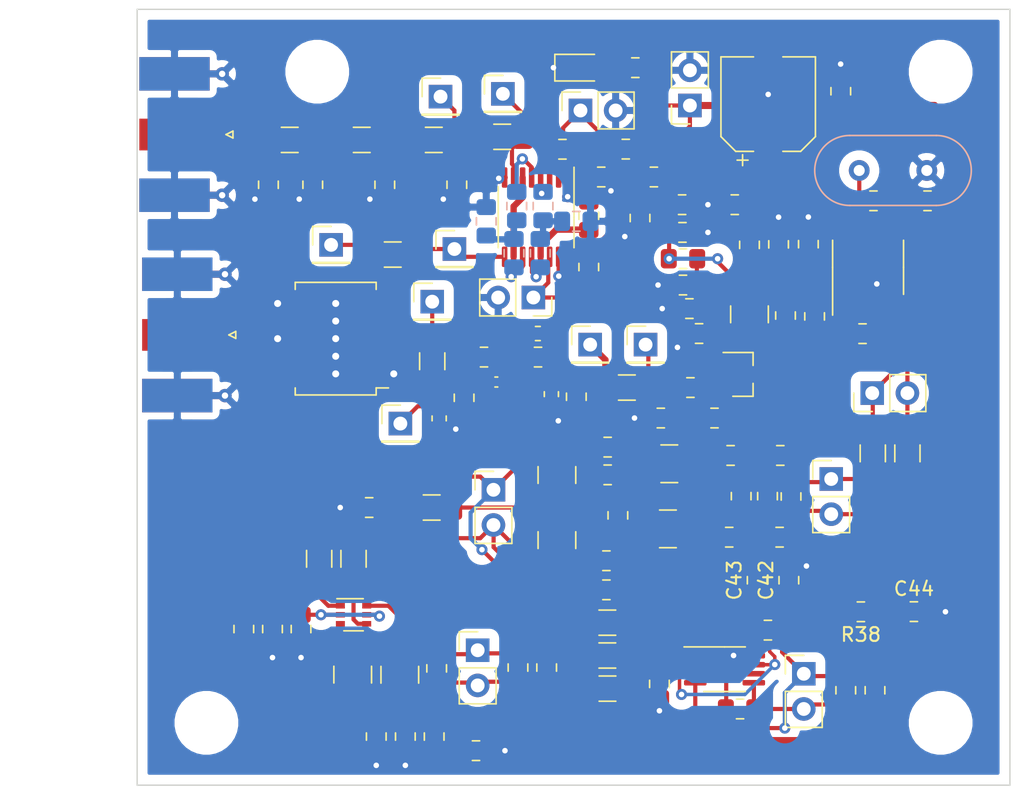
<source format=kicad_pcb>
(kicad_pcb (version 20171130) (host pcbnew 5.1.5+dfsg1-2build2)
  (layers (0 F.Cu signal) (31 B.Cu signal) (34 B.Paste user hide) (35 F.Paste user hide) (36 B.SilkS user) (37 F.SilkS user) (38 B.Mask user) (39 F.Mask user) (44 Edge.Cuts user))
  (net 0 "")
  (net 1 GNDA)
  (net 2 "/30MHz LPF/IN")
  (net 3 /Attenuator/IN)
  (net 4 +5VA)
  (net 5 "/30MHz LPF/OUT")
  (net 6 /Sheet5FE333A0/In-)
  (net 7 /Sheet5FE333A0/In+)
  (net 8 /Attenuator/ATT_SEL0)
  (net 9 /Attenuator/ATT_SEL1)
  (net 10 /Attenuator/OUT)
  (net 11 /Sheet5FE333A0/DC_CM)
  (net 12 /Attenuator/0dB)
  (net 13 "Net-(C36-Pad1)")
  (net 14 "/37.4 MHz Amp, and 2nd mixer/Out-")
  (net 15 "/37.4 MHz Amp, and 2nd mixer/Out+")
  (net 16 "/37.4 MHz Amp, and 2nd mixer/IN")
  (net 17 "Net-(C18-Pad1)")
  (net 18 "Net-(C26-Pad1)")
  (net 19 "Net-(D1-Pad2)")
  (net 20 "Net-(Q2-Pad4)")
  (net 21 "Net-(Q2-Pad1)")
  (net 22 /Sheet5FE3342E/In-)
  (net 23 /Sheet5FE3342E/In+)
  (net 24 /Attenuator/30dB_out)
  (net 25 /Attenuator/20dB_out)
  (net 26 /Attenuator/10dB_out)
  (net 27 /Attenuator/10dB_in)
  (net 28 /Attenuator/20dB_in)
  (net 29 /Attenuator/30dB_in)
  (net 30 "/37.224 MHz BPF/IN")
  (net 31 "/37.224 MHz BPF/OUT")
  (net 32 "Net-(C32-Pad1)")
  (net 33 "Net-(C12-Pad1)")
  (net 34 "Net-(C20-Pad1)")
  (net 35 "Net-(C25-Pad2)")
  (net 36 "Net-(L9-Pad2)")
  (net 37 "Net-(R35-Pad1)")
  (net 38 "Net-(C5-Pad1)")
  (net 39 "Net-(C19-Pad1)")
  (net 40 "Net-(C23-Pad2)")
  (net 41 "Net-(C26-Pad2)")
  (net 42 "Net-(C37-Pad1)")
  (net 43 "Net-(J3-Pad1)")
  (net 44 "Net-(R3-Pad1)")
  (net 45 "Net-(R4-Pad2)")
  (net 46 "Net-(R8-Pad2)")
  (net 47 "Net-(R16-Pad2)")
  (net 48 "Net-(R32-Pad1)")
  (net 49 "Net-(C4-Pad1)")
  (net 50 "Net-(C7-Pad2)")
  (net 51 "Net-(C14-Pad1)")
  (net 52 "Net-(C17-Pad2)")
  (net 53 "Net-(C22-Pad2)")
  (net 54 "Net-(C23-Pad1)")
  (net 55 "Net-(C30-Pad2)")
  (net 56 "Net-(C31-Pad1)")
  (net 57 "Net-(C34-Pad2)")
  (net 58 "Net-(C34-Pad1)")
  (net 59 "Net-(C36-Pad2)")
  (net 60 "Net-(C38-Pad1)")
  (net 61 "Net-(C41-Pad1)")
  (net 62 "Net-(R19-Pad1)")
  (net 63 "Net-(R26-Pad1)")
  (net 64 "Net-(R29-Pad1)")
  (net 65 Opamp5V)
  (module Resistor_SMD:R_0805_2012Metric_Pad1.15x1.40mm_HandSolder (layer F.Cu) (at 87.24 117.983 180)
    (fp_text reference R38 (at 0 -1.65) (layer F.SilkS))
    (fp_text value 100)
    (pad 2 smd roundrect (at 1.025 0 180) (size 1.15 1.4) (layers F.Cu F.Paste F.Mask) (roundrect_rratio 0.217391) (net 65 Opamp5V))
    (pad 1 smd roundrect (at -1.025 0 180) (size 1.15 1.4) (layers F.Cu F.Paste F.Mask) (roundrect_rratio 0.217391) (net 4 +5VA))
  )
  (module Capacitor_SMD:C_0805_2012Metric_Pad1.15x1.40mm_HandSolder (layer F.Cu) (at 91.068 117.974)
    (fp_text reference C44 (at 0 -1.65) (layer F.SilkS))
    (fp_text value 100n)
    (pad 2 smd roundrect (at 1.025 0) (size 1.15 1.4) (layers F.Cu F.Paste F.Mask) (roundrect_rratio 0.217391) (net 1 GNDA))
    (pad 1 smd roundrect (at -1.025 0) (size 1.15 1.4) (layers F.Cu F.Paste F.Mask) (roundrect_rratio 0.217391) (net 4 +5VA))
  )
  (module Capacitor_SMD:C_0805_2012Metric_Pad1.15x1.40mm_HandSolder (layer F.Cu) (at 79.756 115.706 90)
    (fp_text reference C43 (at 0 -1.65 90) (layer F.SilkS))
    (fp_text value 100n)
    (pad 2 smd roundrect (at 1.025 0 90) (size 1.15 1.4) (layers F.Cu F.Paste F.Mask) (roundrect_rratio 0.217391) (net 1 GNDA))
    (pad 1 smd roundrect (at -1.025 0 90) (size 1.15 1.4) (layers F.Cu F.Paste F.Mask) (roundrect_rratio 0.217391) (net 65 Opamp5V))
  )
  (module Capacitor_SMD:C_0805_2012Metric_Pad1.15x1.40mm_HandSolder (layer F.Cu) (at 82.042 115.706 90)
    (fp_text reference C42 (at 0 -1.65 90) (layer F.SilkS))
    (fp_text value 10n)
    (pad 2 smd roundrect (at 1.025 0 90) (size 1.15 1.4) (layers F.Cu F.Paste F.Mask) (roundrect_rratio 0.217391) (net 1 GNDA))
    (pad 1 smd roundrect (at -1.025 0 90) (size 1.15 1.4) (layers F.Cu F.Paste F.Mask) (roundrect_rratio 0.217391) (net 65 Opamp5V))
  )
  (module Connector_PinHeader_2.54mm:PinHeader_1x02_P2.54mm_Vertical (layer F.Cu) (at 83.12 122.46)
    (fp_text reference TP13 hide)
    (fp_text value TestPoint_2Pole hide)
    (pad 2 thru_hole oval (at 0 2.54) (size 1.7 1.7) (drill 1) (layers *.Cu *.Mask) (net 59 "Net-(C36-Pad2)"))
    (pad 1 thru_hole rect (at 0 0) (size 1.7 1.7) (drill 1) (layers *.Cu *.Mask) (net 13 "Net-(C36-Pad1)"))
  )
  (module Connector_PinHeader_2.54mm:PinHeader_1x02_P2.54mm_Vertical (layer F.Cu) (at 59.58 120.76)
    (fp_text reference TP12 hide)
    (fp_text value TestPoint_2Pole hide)
    (pad 2 thru_hole oval (at 0 2.54) (size 1.7 1.7) (drill 1) (layers *.Cu *.Mask) (net 58 "Net-(C34-Pad1)"))
    (pad 1 thru_hole rect (at 0 0) (size 1.7 1.7) (drill 1) (layers *.Cu *.Mask) (net 57 "Net-(C34-Pad2)"))
  )
  (module Resistor_SMD:R_0805_2012Metric_Pad1.15x1.40mm_HandSolder (layer F.Cu) (at 68.5 86.6 180)
    (fp_text reference R37 hide)
    (fp_text value 3 hide)
    (pad 2 smd roundrect (at 1.025 0 180) (size 1.15 1.4) (layers F.Cu F.Paste F.Mask) (roundrect_rratio 0.217391) (net 37 "Net-(R35-Pad1)"))
    (pad 1 smd roundrect (at -1.025 0 180) (size 1.15 1.4) (layers F.Cu F.Paste F.Mask) (roundrect_rratio 0.217391) (net 1 GNDA))
  )
  (module Resistor_SMD:R_0805_2012Metric_Pad1.15x1.40mm_HandSolder (layer F.Cu) (at 67.6 89.4 90)
    (fp_text reference R36 hide)
    (fp_text value 47 hide)
    (pad 2 smd roundrect (at 1.025 0 90) (size 1.15 1.4) (layers F.Cu F.Paste F.Mask) (roundrect_rratio 0.217391) (net 37 "Net-(R35-Pad1)"))
    (pad 1 smd roundrect (at -1.025 0 90) (size 1.15 1.4) (layers F.Cu F.Paste F.Mask) (roundrect_rratio 0.217391) (net 24 /Attenuator/30dB_out))
  )
  (module Resistor_SMD:R_0805_2012Metric_Pad1.15x1.40mm_HandSolder (layer F.Cu) (at 65.7 84.6 180)
    (fp_text reference R35 hide)
    (fp_text value 47 hide)
    (pad 2 smd roundrect (at 1.025 0 180) (size 1.15 1.4) (layers F.Cu F.Paste F.Mask) (roundrect_rratio 0.217391) (net 29 /Attenuator/30dB_in))
    (pad 1 smd roundrect (at -1.025 0 180) (size 1.15 1.4) (layers F.Cu F.Paste F.Mask) (roundrect_rratio 0.217391) (net 37 "Net-(R35-Pad1)"))
  )
  (module Resistor_SMD:R_0805_2012Metric_Pad1.15x1.40mm_HandSolder (layer B.Cu) (at 66.7 89.8 180)
    (fp_text reference R34 hide)
    (fp_text value 10 hide)
    (pad 2 smd roundrect (at 1.025 0 180) (size 1.15 1.4) (layers B.Cu B.Paste B.Mask) (roundrect_rratio 0.217391) (net 48 "Net-(R32-Pad1)"))
    (pad 1 smd roundrect (at -1.025 0 180) (size 1.15 1.4) (layers B.Cu B.Paste B.Mask) (roundrect_rratio 0.217391) (net 1 GNDA))
  )
  (module Resistor_SMD:R_0805_2012Metric_Pad1.15x1.40mm_HandSolder (layer B.Cu) (at 64.1 92.1 90)
    (fp_text reference R33 hide)
    (fp_text value 39 hide)
    (pad 2 smd roundrect (at 1.025 0 90) (size 1.15 1.4) (layers B.Cu B.Paste B.Mask) (roundrect_rratio 0.217391) (net 48 "Net-(R32-Pad1)"))
    (pad 1 smd roundrect (at -1.025 0 90) (size 1.15 1.4) (layers B.Cu B.Paste B.Mask) (roundrect_rratio 0.217391) (net 25 /Attenuator/20dB_out))
  )
  (module Resistor_SMD:R_0805_2012Metric_Pad1.15x1.40mm_HandSolder (layer B.Cu) (at 64.3 88.7 90)
    (fp_text reference R32 hide)
    (fp_text value 39 hide)
    (pad 2 smd roundrect (at 1.025 0 90) (size 1.15 1.4) (layers B.Cu B.Paste B.Mask) (roundrect_rratio 0.217391) (net 28 /Attenuator/20dB_in))
    (pad 1 smd roundrect (at -1.025 0 90) (size 1.15 1.4) (layers B.Cu B.Paste B.Mask) (roundrect_rratio 0.217391) (net 48 "Net-(R32-Pad1)"))
  )
  (module Resistor_SMD:R_0805_2012Metric_Pad1.15x1.40mm_HandSolder (layer B.Cu) (at 60.2 89.8 270)
    (fp_text reference R31 hide)
    (fp_text value 33 hide)
    (pad 2 smd roundrect (at 1.025 0 270) (size 1.15 1.4) (layers B.Cu B.Paste B.Mask) (roundrect_rratio 0.217391) (net 64 "Net-(R29-Pad1)"))
    (pad 1 smd roundrect (at -1.025 0 270) (size 1.15 1.4) (layers B.Cu B.Paste B.Mask) (roundrect_rratio 0.217391) (net 1 GNDA))
  )
  (module Resistor_SMD:R_0805_2012Metric_Pad1.15x1.40mm_HandSolder (layer B.Cu) (at 62.2 92.1 90)
    (fp_text reference R30 hide)
    (fp_text value 27 hide)
    (pad 2 smd roundrect (at 1.025 0 90) (size 1.15 1.4) (layers B.Cu B.Paste B.Mask) (roundrect_rratio 0.217391) (net 64 "Net-(R29-Pad1)"))
    (pad 1 smd roundrect (at -1.025 0 90) (size 1.15 1.4) (layers B.Cu B.Paste B.Mask) (roundrect_rratio 0.217391) (net 26 /Attenuator/10dB_out))
  )
  (module Resistor_SMD:R_0805_2012Metric_Pad1.15x1.40mm_HandSolder (layer B.Cu) (at 62.4 88.7 90)
    (fp_text reference R29 hide)
    (fp_text value 27 hide)
    (pad 2 smd roundrect (at 1.025 0 90) (size 1.15 1.4) (layers B.Cu B.Paste B.Mask) (roundrect_rratio 0.217391) (net 27 /Attenuator/10dB_in))
    (pad 1 smd roundrect (at -1.025 0 90) (size 1.15 1.4) (layers B.Cu B.Paste B.Mask) (roundrect_rratio 0.217391) (net 64 "Net-(R29-Pad1)"))
  )
  (module Resistor_SMD:R_0805_2012Metric_Pad1.15x1.40mm_HandSolder (layer F.Cu) (at 51.75 110.46)
    (fp_text reference R27 hide)
    (fp_text value 2k5 hide)
    (pad 2 smd roundrect (at 1.025 0) (size 1.15 1.4) (layers F.Cu F.Paste F.Mask) (roundrect_rratio 0.217391) (net 63 "Net-(R26-Pad1)"))
    (pad 1 smd roundrect (at -1.025 0) (size 1.15 1.4) (layers F.Cu F.Paste F.Mask) (roundrect_rratio 0.217391) (net 1 GNDA))
  )
  (module Resistor_SMD:R_0805_2012Metric_Pad1.15x1.40mm_HandSolder (layer F.Cu) (at 78.52 125 180)
    (fp_text reference R24 hide)
    (fp_text value 1.2k hide)
    (pad 2 smd roundrect (at 1.025 0 180) (size 1.15 1.4) (layers F.Cu F.Paste F.Mask) (roundrect_rratio 0.217391) (net 62 "Net-(R19-Pad1)"))
    (pad 1 smd roundrect (at -1.025 0 180) (size 1.15 1.4) (layers F.Cu F.Paste F.Mask) (roundrect_rratio 0.217391) (net 59 "Net-(C36-Pad2)"))
  )
  (module Resistor_SMD:R_0805_2012Metric_Pad1.15x1.40mm_HandSolder (layer F.Cu) (at 44.77 119.23 270)
    (fp_text reference R22 hide)
    (fp_text value 31k hide)
    (pad 2 smd roundrect (at 1.025 0 270) (size 1.15 1.4) (layers F.Cu F.Paste F.Mask) (roundrect_rratio 0.217391) (net 1 GNDA))
    (pad 1 smd roundrect (at -1.025 0 270) (size 1.15 1.4) (layers F.Cu F.Paste F.Mask) (roundrect_rratio 0.217391) (net 42 "Net-(C37-Pad1)"))
  )
  (module Resistor_SMD:R_0805_2012Metric_Pad1.15x1.40mm_HandSolder (layer F.Cu) (at 56.44 126.99 90)
    (fp_text reference R21 hide)
    (fp_text value 100 hide)
    (pad 2 smd roundrect (at 1.025 0 90) (size 1.15 1.4) (layers F.Cu F.Paste F.Mask) (roundrect_rratio 0.217391) (net 60 "Net-(C38-Pad1)"))
    (pad 1 smd roundrect (at -1.025 0 90) (size 1.15 1.4) (layers F.Cu F.Paste F.Mask) (roundrect_rratio 0.217391) (net 4 +5VA))
  )
  (module Resistor_SMD:R_0805_2012Metric_Pad1.15x1.40mm_HandSolder (layer F.Cu) (at 42.7 119.23 90)
    (fp_text reference R20 hide)
    (fp_text value 19k hide)
    (pad 2 smd roundrect (at 1.025 0 90) (size 1.15 1.4) (layers F.Cu F.Paste F.Mask) (roundrect_rratio 0.217391) (net 42 "Net-(C37-Pad1)"))
    (pad 1 smd roundrect (at -1.025 0 90) (size 1.15 1.4) (layers F.Cu F.Paste F.Mask) (roundrect_rratio 0.217391) (net 60 "Net-(C38-Pad1)"))
  )
  (module Resistor_SMD:R_0805_2012Metric_Pad1.15x1.40mm_HandSolder (layer F.Cu) (at 88.26 123.65 270)
    (fp_text reference R18 hide)
    (fp_text value 10k hide)
    (pad 2 smd roundrect (at 1.025 0 270) (size 1.15 1.4) (layers F.Cu F.Paste F.Mask) (roundrect_rratio 0.217391) (net 59 "Net-(C36-Pad2)"))
    (pad 1 smd roundrect (at -1.025 0 270) (size 1.15 1.4) (layers F.Cu F.Paste F.Mask) (roundrect_rratio 0.217391) (net 13 "Net-(C36-Pad1)"))
  )
  (module Resistor_SMD:R_0805_2012Metric_Pad1.15x1.40mm_HandSolder (layer F.Cu) (at 80.53 119.31 180)
    (fp_text reference R16 hide)
    (fp_text value 1.2k hide)
    (pad 2 smd roundrect (at 1.025 0 180) (size 1.15 1.4) (layers F.Cu F.Paste F.Mask) (roundrect_rratio 0.217391) (net 47 "Net-(R16-Pad2)"))
    (pad 1 smd roundrect (at -1.025 0 180) (size 1.15 1.4) (layers F.Cu F.Paste F.Mask) (roundrect_rratio 0.217391) (net 13 "Net-(C36-Pad1)"))
  )
  (module Resistor_SMD:R_0805_2012Metric_Pad1.15x1.40mm_HandSolder (layer F.Cu) (at 64.56 122.01 270)
    (fp_text reference R15 hide)
    (fp_text value 10k hide)
    (pad 2 smd roundrect (at 1.025 0 270) (size 1.15 1.4) (layers F.Cu F.Paste F.Mask) (roundrect_rratio 0.217391) (net 58 "Net-(C34-Pad1)"))
    (pad 1 smd roundrect (at -1.025 0 270) (size 1.15 1.4) (layers F.Cu F.Paste F.Mask) (roundrect_rratio 0.217391) (net 57 "Net-(C34-Pad2)"))
  )
  (module Resistor_SMD:R_0805_2012Metric_Pad1.15x1.40mm_HandSolder (layer F.Cu) (at 72.8 104 180)
    (fp_text reference R14 hide)
    (fp_text value 5k hide)
    (pad 2 smd roundrect (at 1.025 0 180) (size 1.15 1.4) (layers F.Cu F.Paste F.Mask) (roundrect_rratio 0.217391) (net 1 GNDA))
    (pad 1 smd roundrect (at -1.025 0 180) (size 1.15 1.4) (layers F.Cu F.Paste F.Mask) (roundrect_rratio 0.217391) (net 36 "Net-(L9-Pad2)"))
  )
  (module Resistor_SMD:R_0805_2012Metric_Pad1.15x1.40mm_HandSolder (layer F.Cu) (at 74.4 94.4 180)
    (fp_text reference R13 hide)
    (fp_text value 31k hide)
    (pad 2 smd roundrect (at 1.025 0 180) (size 1.15 1.4) (layers F.Cu F.Paste F.Mask) (roundrect_rratio 0.217391) (net 1 GNDA))
    (pad 1 smd roundrect (at -1.025 0 180) (size 1.15 1.4) (layers F.Cu F.Paste F.Mask) (roundrect_rratio 0.217391) (net 34 "Net-(C20-Pad1)"))
  )
  (module Resistor_SMD:R_0805_2012Metric_Pad1.15x1.40mm_HandSolder (layer F.Cu) (at 74.4 92.5)
    (fp_text reference R12 hide)
    (fp_text value 28k hide)
    (pad 2 smd roundrect (at 1.025 0) (size 1.15 1.4) (layers F.Cu F.Paste F.Mask) (roundrect_rratio 0.217391) (net 34 "Net-(C20-Pad1)"))
    (pad 1 smd roundrect (at -1.025 0) (size 1.15 1.4) (layers F.Cu F.Paste F.Mask) (roundrect_rratio 0.217391) (net 33 "Net-(C12-Pad1)"))
  )
  (module Resistor_SMD:R_0805_2012Metric_Pad1.15x1.40mm_HandSolder (layer F.Cu) (at 79.2 91.5 270)
    (fp_text reference R11 hide)
    (fp_text value 100 hide)
    (pad 2 smd roundrect (at 1.025 0 270) (size 1.15 1.4) (layers F.Cu F.Paste F.Mask) (roundrect_rratio 0.217391) (net 51 "Net-(C14-Pad1)"))
    (pad 1 smd roundrect (at -1.025 0 270) (size 1.15 1.4) (layers F.Cu F.Paste F.Mask) (roundrect_rratio 0.217391) (net 4 +5VA))
  )
  (module Resistor_SMD:R_0805_2012Metric_Pad1.15x1.40mm_HandSolder (layer F.Cu) (at 72.3 86.6)
    (fp_text reference R10 hide)
    (fp_text value 100 hide)
    (pad 2 smd roundrect (at 1.025 0) (size 1.15 1.4) (layers F.Cu F.Paste F.Mask) (roundrect_rratio 0.217391) (net 33 "Net-(C12-Pad1)"))
    (pad 1 smd roundrect (at -1.025 0) (size 1.15 1.4) (layers F.Cu F.Paste F.Mask) (roundrect_rratio 0.217391) (net 4 +5VA))
  )
  (module Resistor_SMD:R_0805_2012Metric_Pad1.15x1.40mm_HandSolder (layer F.Cu) (at 70.27 84.59 180)
    (fp_text reference R6 hide)
    (fp_text value 5k hide)
    (pad 2 smd roundrect (at 1.025 0 180) (size 1.15 1.4) (layers F.Cu F.Paste F.Mask) (roundrect_rratio 0.217391) (net 9 /Attenuator/ATT_SEL1))
    (pad 1 smd roundrect (at -1.025 0 180) (size 1.15 1.4) (layers F.Cu F.Paste F.Mask) (roundrect_rratio 0.217391) (net 4 +5VA))
  )
  (module Resistor_SMD:R_0805_2012Metric_Pad1.15x1.40mm_HandSolder (layer F.Cu) (at 67.6 93.1 270)
    (fp_text reference R5 hide)
    (fp_text value 5k hide)
    (pad 2 smd roundrect (at 1.025 0 270) (size 1.15 1.4) (layers F.Cu F.Paste F.Mask) (roundrect_rratio 0.217391) (net 8 /Attenuator/ATT_SEL0))
    (pad 1 smd roundrect (at -1.025 0 270) (size 1.15 1.4) (layers F.Cu F.Paste F.Mask) (roundrect_rratio 0.217391) (net 4 +5VA))
  )
  (module Resistor_SMD:R_0805_2012Metric_Pad1.15x1.40mm_HandSolder (layer F.Cu) (at 70.96 78.71 180)
    (fp_text reference R1 hide)
    (fp_text value 470 hide)
    (pad 2 smd roundrect (at 1.025 0 180) (size 1.15 1.4) (layers F.Cu F.Paste F.Mask) (roundrect_rratio 0.217391) (net 19 "Net-(D1-Pad2)"))
    (pad 1 smd roundrect (at -1.025 0 180) (size 1.15 1.4) (layers F.Cu F.Paste F.Mask) (roundrect_rratio 0.217391) (net 4 +5VA))
  )
  (module Capacitor_SMD:C_0805_2012Metric_Pad1.15x1.40mm_HandSolder (layer F.Cu) (at 72.7 123.19 270)
    (fp_text reference C41 hide)
    (fp_text value 10n hide)
    (pad 2 smd roundrect (at 1.025 0 270) (size 1.15 1.4) (layers F.Cu F.Paste F.Mask) (roundrect_rratio 0.217391) (net 1 GNDA))
    (pad 1 smd roundrect (at -1.025 0 270) (size 1.15 1.4) (layers F.Cu F.Paste F.Mask) (roundrect_rratio 0.217391) (net 61 "Net-(C41-Pad1)"))
  )
  (module Capacitor_SMD:C_0805_2012Metric_Pad1.15x1.40mm_HandSolder (layer F.Cu) (at 59.46 128.01)
    (fp_text reference C40 hide)
    (fp_text value 100n hide)
    (pad 2 smd roundrect (at 1.025 0) (size 1.15 1.4) (layers F.Cu F.Paste F.Mask) (roundrect_rratio 0.217391) (net 1 GNDA))
    (pad 1 smd roundrect (at -1.025 0) (size 1.15 1.4) (layers F.Cu F.Paste F.Mask) (roundrect_rratio 0.217391) (net 4 +5VA))
  )
  (module Capacitor_SMD:C_0805_2012Metric_Pad1.15x1.40mm_HandSolder (layer F.Cu) (at 54.36 126.99 270)
    (fp_text reference C39 hide)
    (fp_text value 100n hide)
    (pad 2 smd roundrect (at 1.025 0 270) (size 1.15 1.4) (layers F.Cu F.Paste F.Mask) (roundrect_rratio 0.217391) (net 1 GNDA))
    (pad 1 smd roundrect (at -1.025 0 270) (size 1.15 1.4) (layers F.Cu F.Paste F.Mask) (roundrect_rratio 0.217391) (net 60 "Net-(C38-Pad1)"))
  )
  (module Capacitor_SMD:C_0805_2012Metric_Pad1.15x1.40mm_HandSolder (layer F.Cu) (at 52.26 126.99 270)
    (fp_text reference C38 hide)
    (fp_text value 10n hide)
    (pad 2 smd roundrect (at 1.025 0 270) (size 1.15 1.4) (layers F.Cu F.Paste F.Mask) (roundrect_rratio 0.217391) (net 1 GNDA))
    (pad 1 smd roundrect (at -1.025 0 270) (size 1.15 1.4) (layers F.Cu F.Paste F.Mask) (roundrect_rratio 0.217391) (net 60 "Net-(C38-Pad1)"))
  )
  (module Capacitor_SMD:C_0805_2012Metric_Pad1.15x1.40mm_HandSolder (layer F.Cu) (at 46.83 119.23 270)
    (fp_text reference C37 hide)
    (fp_text value 10n hide)
    (pad 2 smd roundrect (at 1.025 0 270) (size 1.15 1.4) (layers F.Cu F.Paste F.Mask) (roundrect_rratio 0.217391) (net 1 GNDA))
    (pad 1 smd roundrect (at -1.025 0 270) (size 1.15 1.4) (layers F.Cu F.Paste F.Mask) (roundrect_rratio 0.217391) (net 42 "Net-(C37-Pad1)"))
  )
  (module Capacitor_SMD:C_0805_2012Metric_Pad1.15x1.40mm_HandSolder (layer F.Cu) (at 86.15 123.65 270)
    (fp_text reference C36 hide)
    (fp_text value 10p hide)
    (pad 2 smd roundrect (at 1.025 0 270) (size 1.15 1.4) (layers F.Cu F.Paste F.Mask) (roundrect_rratio 0.217391) (net 59 "Net-(C36-Pad2)"))
    (pad 1 smd roundrect (at -1.025 0 270) (size 1.15 1.4) (layers F.Cu F.Paste F.Mask) (roundrect_rratio 0.217391) (net 13 "Net-(C36-Pad1)"))
  )
  (module Capacitor_SMD:C_0805_2012Metric_Pad1.15x1.40mm_HandSolder (layer F.Cu) (at 62.49 122.01 270)
    (fp_text reference C35 hide)
    (fp_text value 10p hide)
    (pad 2 smd roundrect (at 1.025 0 270) (size 1.15 1.4) (layers F.Cu F.Paste F.Mask) (roundrect_rratio 0.217391) (net 58 "Net-(C34-Pad1)"))
    (pad 1 smd roundrect (at -1.025 0 270) (size 1.15 1.4) (layers F.Cu F.Paste F.Mask) (roundrect_rratio 0.217391) (net 57 "Net-(C34-Pad2)"))
  )
  (module Capacitor_SMD:C_0805_2012Metric_Pad1.15x1.40mm_HandSolder (layer F.Cu) (at 56.62 122.07 90)
    (fp_text reference C34 hide)
    (fp_text value 9p hide)
    (pad 2 smd roundrect (at 1.025 0 90) (size 1.15 1.4) (layers F.Cu F.Paste F.Mask) (roundrect_rratio 0.217391) (net 57 "Net-(C34-Pad2)"))
    (pad 1 smd roundrect (at -1.025 0 90) (size 1.15 1.4) (layers F.Cu F.Paste F.Mask) (roundrect_rratio 0.217391) (net 58 "Net-(C34-Pad1)"))
  )
  (module Capacitor_SMD:C_0805_2012Metric_Pad1.15x1.40mm_HandSolder (layer F.Cu) (at 68.8725 116.4 180)
    (fp_text reference C33 hide)
    (fp_text value 33p hide)
    (pad 2 smd roundrect (at 1.025 0 180) (size 1.15 1.4) (layers F.Cu F.Paste F.Mask) (roundrect_rratio 0.217391) (net 22 /Sheet5FE3342E/In-))
    (pad 1 smd roundrect (at -1.025 0 180) (size 1.15 1.4) (layers F.Cu F.Paste F.Mask) (roundrect_rratio 0.217391) (net 32 "Net-(C32-Pad1)"))
  )
  (module Capacitor_SMD:C_0805_2012Metric_Pad1.15x1.40mm_HandSolder (layer F.Cu) (at 68.8725 114.3 180)
    (fp_text reference C32 hide)
    (fp_text value 180p hide)
    (pad 2 smd roundrect (at 1.025 0 180) (size 1.15 1.4) (layers F.Cu F.Paste F.Mask) (roundrect_rratio 0.217391) (net 22 /Sheet5FE3342E/In-))
    (pad 1 smd roundrect (at -1.025 0 180) (size 1.15 1.4) (layers F.Cu F.Paste F.Mask) (roundrect_rratio 0.217391) (net 32 "Net-(C32-Pad1)"))
  )
  (module Capacitor_SMD:C_0805_2012Metric_Pad1.15x1.40mm_HandSolder (layer F.Cu) (at 77.7375 112.6)
    (fp_text reference C31 hide)
    (fp_text value 18p hide)
    (pad 2 smd roundrect (at 1.025 0) (size 1.15 1.4) (layers F.Cu F.Paste F.Mask) (roundrect_rratio 0.217391) (net 55 "Net-(C30-Pad2)"))
    (pad 1 smd roundrect (at -1.025 0) (size 1.15 1.4) (layers F.Cu F.Paste F.Mask) (roundrect_rratio 0.217391) (net 56 "Net-(C31-Pad1)"))
  )
  (module Capacitor_SMD:C_0805_2012Metric_Pad1.15x1.40mm_HandSolder (layer F.Cu) (at 78.6 109.6375 270)
    (fp_text reference C30 hide)
    (fp_text value 470p hide)
    (pad 2 smd roundrect (at 1.025 0 270) (size 1.15 1.4) (layers F.Cu F.Paste F.Mask) (roundrect_rratio 0.217391) (net 55 "Net-(C30-Pad2)"))
    (pad 1 smd roundrect (at -1.025 0 270) (size 1.15 1.4) (layers F.Cu F.Paste F.Mask) (roundrect_rratio 0.217391) (net 41 "Net-(C26-Pad2)"))
  )
  (module Capacitor_SMD:C_0805_2012Metric_Pad1.15x1.40mm_HandSolder (layer F.Cu) (at 82.2 109.6625 270)
    (fp_text reference C29 hide)
    (fp_text value 15p hide)
    (pad 2 smd roundrect (at 1.025 0 270) (size 1.15 1.4) (layers F.Cu F.Paste F.Mask) (roundrect_rratio 0.217391) (net 6 /Sheet5FE333A0/In-))
    (pad 1 smd roundrect (at -1.025 0 270) (size 1.15 1.4) (layers F.Cu F.Paste F.Mask) (roundrect_rratio 0.217391) (net 7 /Sheet5FE333A0/In+))
  )
  (module Capacitor_SMD:C_0805_2012Metric_Pad1.15x1.40mm_HandSolder (layer F.Cu) (at 80.5 109.6375 270)
    (fp_text reference C28 hide)
    (fp_text value 68p hide)
    (pad 2 smd roundrect (at 1.025 0 270) (size 1.15 1.4) (layers F.Cu F.Paste F.Mask) (roundrect_rratio 0.217391) (net 6 /Sheet5FE333A0/In-))
    (pad 1 smd roundrect (at -1.025 0 270) (size 1.15 1.4) (layers F.Cu F.Paste F.Mask) (roundrect_rratio 0.217391) (net 7 /Sheet5FE333A0/In+))
  )
  (module Capacitor_SMD:C_0805_2012Metric_Pad1.15x1.40mm_HandSolder (layer F.Cu) (at 68.9625 106.1)
    (fp_text reference C27 hide)
    (fp_text value 180p hide)
    (pad 2 smd roundrect (at 1.025 0) (size 1.15 1.4) (layers F.Cu F.Paste F.Mask) (roundrect_rratio 0.217391) (net 35 "Net-(C25-Pad2)"))
    (pad 1 smd roundrect (at -1.025 0) (size 1.15 1.4) (layers F.Cu F.Paste F.Mask) (roundrect_rratio 0.217391) (net 23 /Sheet5FE3342E/In+))
  )
  (module Capacitor_SMD:C_0805_2012Metric_Pad1.15x1.40mm_HandSolder (layer F.Cu) (at 77.8375 106.7)
    (fp_text reference C26 hide)
    (fp_text value 18p hide)
    (pad 2 smd roundrect (at 1.025 0) (size 1.15 1.4) (layers F.Cu F.Paste F.Mask) (roundrect_rratio 0.217391) (net 41 "Net-(C26-Pad2)"))
    (pad 1 smd roundrect (at -1.025 0) (size 1.15 1.4) (layers F.Cu F.Paste F.Mask) (roundrect_rratio 0.217391) (net 18 "Net-(C26-Pad1)"))
  )
  (module Capacitor_SMD:C_0805_2012Metric_Pad1.15x1.40mm_HandSolder (layer F.Cu) (at 68.9625 108.1)
    (fp_text reference C25 hide)
    (fp_text value 33p hide)
    (pad 2 smd roundrect (at 1.025 0) (size 1.15 1.4) (layers F.Cu F.Paste F.Mask) (roundrect_rratio 0.217391) (net 35 "Net-(C25-Pad2)"))
    (pad 1 smd roundrect (at -1.025 0) (size 1.15 1.4) (layers F.Cu F.Paste F.Mask) (roundrect_rratio 0.217391) (net 23 /Sheet5FE3342E/In+))
  )
  (module Capacitor_SMD:C_0805_2012Metric_Pad1.15x1.40mm_HandSolder (layer F.Cu) (at 92.05 88.32)
    (fp_text reference C24 hide)
    (fp_text value 36p hide)
    (pad 2 smd roundrect (at 1.025 0) (size 1.15 1.4) (layers F.Cu F.Paste F.Mask) (roundrect_rratio 0.217391) (net 1 GNDA))
    (pad 1 smd roundrect (at -1.025 0) (size 1.15 1.4) (layers F.Cu F.Paste F.Mask) (roundrect_rratio 0.217391) (net 40 "Net-(C23-Pad2)"))
  )
  (module Capacitor_SMD:C_0805_2012Metric_Pad1.15x1.40mm_HandSolder (layer F.Cu) (at 88.15 88.32)
    (fp_text reference C23 hide)
    (fp_text value 36p hide)
    (pad 2 smd roundrect (at 1.025 0) (size 1.15 1.4) (layers F.Cu F.Paste F.Mask) (roundrect_rratio 0.217391) (net 40 "Net-(C23-Pad2)"))
    (pad 1 smd roundrect (at -1.025 0) (size 1.15 1.4) (layers F.Cu F.Paste F.Mask) (roundrect_rratio 0.217391) (net 54 "Net-(C23-Pad1)"))
  )
  (module Capacitor_SMD:C_0805_2012Metric_Pad1.15x1.40mm_HandSolder (layer F.Cu) (at 74.9375 101.8)
    (fp_text reference C22 hide)
    (fp_text value 10n hide)
    (pad 2 smd roundrect (at 1.025 0) (size 1.15 1.4) (layers F.Cu F.Paste F.Mask) (roundrect_rratio 0.217391) (net 53 "Net-(C22-Pad2)"))
    (pad 1 smd roundrect (at -1.025 0) (size 1.15 1.4) (layers F.Cu F.Paste F.Mask) (roundrect_rratio 0.217391) (net 16 "/37.4 MHz Amp, and 2nd mixer/IN"))
  )
  (module Capacitor_SMD:C_0805_2012Metric_Pad1.15x1.40mm_HandSolder (layer F.Cu) (at 74.8625 96.1 180)
    (fp_text reference C21 hide)
    (fp_text value 100n hide)
    (pad 2 smd roundrect (at 1.025 0 180) (size 1.15 1.4) (layers F.Cu F.Paste F.Mask) (roundrect_rratio 0.217391) (net 1 GNDA))
    (pad 1 smd roundrect (at -1.025 0 180) (size 1.15 1.4) (layers F.Cu F.Paste F.Mask) (roundrect_rratio 0.217391) (net 34 "Net-(C20-Pad1)"))
  )
  (module Capacitor_SMD:C_0805_2012Metric_Pad1.15x1.40mm_HandSolder (layer F.Cu) (at 75.5625 97.9 180)
    (fp_text reference C20 hide)
    (fp_text value 10n hide)
    (pad 2 smd roundrect (at 1.025 0 180) (size 1.15 1.4) (layers F.Cu F.Paste F.Mask) (roundrect_rratio 0.217391) (net 1 GNDA))
    (pad 1 smd roundrect (at -1.025 0 180) (size 1.15 1.4) (layers F.Cu F.Paste F.Mask) (roundrect_rratio 0.217391) (net 34 "Net-(C20-Pad1)"))
  )
  (module Capacitor_SMD:C_0805_2012Metric_Pad1.15x1.40mm_HandSolder (layer F.Cu) (at 87.36 97.91)
    (fp_text reference C19 hide)
    (fp_text value 10n hide)
    (pad 2 smd roundrect (at 1.025 0) (size 1.15 1.4) (layers F.Cu F.Paste F.Mask) (roundrect_rratio 0.217391) (net 1 GNDA))
    (pad 1 smd roundrect (at -1.025 0) (size 1.15 1.4) (layers F.Cu F.Paste F.Mask) (roundrect_rratio 0.217391) (net 39 "Net-(C19-Pad1)"))
  )
  (module Capacitor_SMD:C_0805_2012Metric_Pad1.15x1.40mm_HandSolder (layer F.Cu) (at 83.9 96.6625 270)
    (fp_text reference C18 hide)
    (fp_text value 10n hide)
    (pad 2 smd roundrect (at 1.025 0 270) (size 1.15 1.4) (layers F.Cu F.Paste F.Mask) (roundrect_rratio 0.217391) (net 52 "Net-(C17-Pad2)"))
    (pad 1 smd roundrect (at -1.025 0 270) (size 1.15 1.4) (layers F.Cu F.Paste F.Mask) (roundrect_rratio 0.217391) (net 17 "Net-(C18-Pad1)"))
  )
  (module Capacitor_SMD:C_0805_2012Metric_Pad1.15x1.40mm_HandSolder (layer F.Cu) (at 81.8 96.6 270)
    (fp_text reference C17 hide)
    (fp_text value 100p hide)
    (pad 2 smd roundrect (at 1.025 0 270) (size 1.15 1.4) (layers F.Cu F.Paste F.Mask) (roundrect_rratio 0.217391) (net 52 "Net-(C17-Pad2)"))
    (pad 1 smd roundrect (at -1.025 0 270) (size 1.15 1.4) (layers F.Cu F.Paste F.Mask) (roundrect_rratio 0.217391) (net 33 "Net-(C12-Pad1)"))
  )
  (module Capacitor_SMD:C_0805_2012Metric_Pad1.15x1.40mm_HandSolder (layer F.Cu) (at 78.1375 88.6 180)
    (fp_text reference C16 hide)
    (fp_text value 100n hide)
    (pad 2 smd roundrect (at 1.025 0 180) (size 1.15 1.4) (layers F.Cu F.Paste F.Mask) (roundrect_rratio 0.217391) (net 1 GNDA))
    (pad 1 smd roundrect (at -1.025 0 180) (size 1.15 1.4) (layers F.Cu F.Paste F.Mask) (roundrect_rratio 0.217391) (net 4 +5VA))
  )
  (module Capacitor_SMD:C_0805_2012Metric_Pad1.15x1.40mm_HandSolder (layer F.Cu) (at 81.3 91.4625 90)
    (fp_text reference C15 hide)
    (fp_text value 100n hide)
    (pad 2 smd roundrect (at 1.025 0 90) (size 1.15 1.4) (layers F.Cu F.Paste F.Mask) (roundrect_rratio 0.217391) (net 1 GNDA))
    (pad 1 smd roundrect (at -1.025 0 90) (size 1.15 1.4) (layers F.Cu F.Paste F.Mask) (roundrect_rratio 0.217391) (net 51 "Net-(C14-Pad1)"))
  )
  (module Capacitor_SMD:C_0805_2012Metric_Pad1.15x1.40mm_HandSolder (layer F.Cu) (at 83.45 91.45 90)
    (fp_text reference C14 hide)
    (fp_text value 10n hide)
    (pad 2 smd roundrect (at 1.025 0 90) (size 1.15 1.4) (layers F.Cu F.Paste F.Mask) (roundrect_rratio 0.217391) (net 1 GNDA))
    (pad 1 smd roundrect (at -1.025 0 90) (size 1.15 1.4) (layers F.Cu F.Paste F.Mask) (roundrect_rratio 0.217391) (net 51 "Net-(C14-Pad1)"))
  )
  (module Capacitor_SMD:C_0805_2012Metric_Pad1.15x1.40mm_HandSolder (layer F.Cu) (at 74.3375 88.6)
    (fp_text reference C13 hide)
    (fp_text value 10n hide)
    (pad 2 smd roundrect (at 1.025 0) (size 1.15 1.4) (layers F.Cu F.Paste F.Mask) (roundrect_rratio 0.217391) (net 1 GNDA))
    (pad 1 smd roundrect (at -1.025 0) (size 1.15 1.4) (layers F.Cu F.Paste F.Mask) (roundrect_rratio 0.217391) (net 33 "Net-(C12-Pad1)"))
  )
  (module Capacitor_SMD:C_0805_2012Metric_Pad1.15x1.40mm_HandSolder (layer F.Cu) (at 74.3625 90.6)
    (fp_text reference C12 hide)
    (fp_text value 100n hide)
    (pad 2 smd roundrect (at 1.025 0) (size 1.15 1.4) (layers F.Cu F.Paste F.Mask) (roundrect_rratio 0.217391) (net 1 GNDA))
    (pad 1 smd roundrect (at -1.025 0) (size 1.15 1.4) (layers F.Cu F.Paste F.Mask) (roundrect_rratio 0.217391) (net 33 "Net-(C12-Pad1)"))
  )
  (module Capacitor_SMD:C_0805_2012Metric_Pad1.15x1.40mm_HandSolder (layer F.Cu) (at 71.3 89.5625 270)
    (fp_text reference C11 hide)
    (fp_text value 100n hide)
    (pad 2 smd roundrect (at 1.025 0 270) (size 1.15 1.4) (layers F.Cu F.Paste F.Mask) (roundrect_rratio 0.217391) (net 1 GNDA))
    (pad 1 smd roundrect (at -1.025 0 270) (size 1.15 1.4) (layers F.Cu F.Paste F.Mask) (roundrect_rratio 0.217391) (net 4 +5VA))
  )
  (module Capacitor_SMD:C_0805_2012Metric_Pad1.15x1.40mm_HandSolder (layer F.Cu) (at 66.7 102.4625 270)
    (fp_text reference C10 hide)
    (fp_text value 390p hide)
    (pad 2 smd roundrect (at 1.025 0 270) (size 1.15 1.4) (layers F.Cu F.Paste F.Mask) (roundrect_rratio 0.217391) (net 1 GNDA))
    (pad 1 smd roundrect (at -1.025 0 270) (size 1.15 1.4) (layers F.Cu F.Paste F.Mask) (roundrect_rratio 0.217391) (net 31 "/37.224 MHz BPF/OUT"))
  )
  (module Capacitor_SMD:C_0805_2012Metric_Pad1.15x1.40mm_HandSolder (layer F.Cu) (at 58.6 102.5375 270)
    (fp_text reference C9 hide)
    (fp_text value 390p hide)
    (pad 2 smd roundrect (at 1.025 0 270) (size 1.15 1.4) (layers F.Cu F.Paste F.Mask) (roundrect_rratio 0.217391) (net 1 GNDA))
    (pad 1 smd roundrect (at -1.025 0 270) (size 1.15 1.4) (layers F.Cu F.Paste F.Mask) (roundrect_rratio 0.217391) (net 30 "/37.224 MHz BPF/IN"))
  )
  (module Capacitor_SMD:C_0805_2012Metric_Pad1.15x1.40mm_HandSolder (layer F.Cu) (at 63.9375 99.6)
    (fp_text reference C8 hide)
    (fp_text value 470p hide)
    (pad 2 smd roundrect (at 1.025 0) (size 1.15 1.4) (layers F.Cu F.Paste F.Mask) (roundrect_rratio 0.217391) (net 31 "/37.224 MHz BPF/OUT"))
    (pad 1 smd roundrect (at -1.025 0) (size 1.15 1.4) (layers F.Cu F.Paste F.Mask) (roundrect_rratio 0.217391) (net 50 "Net-(C7-Pad2)"))
  )
  (module Capacitor_SMD:C_0805_2012Metric_Pad1.15x1.40mm_HandSolder (layer F.Cu) (at 60.0375 99.6)
    (fp_text reference C7 hide)
    (fp_text value 390p hide)
    (pad 2 smd roundrect (at 1.025 0) (size 1.15 1.4) (layers F.Cu F.Paste F.Mask) (roundrect_rratio 0.217391) (net 50 "Net-(C7-Pad2)"))
    (pad 1 smd roundrect (at -1.025 0) (size 1.15 1.4) (layers F.Cu F.Paste F.Mask) (roundrect_rratio 0.217391) (net 30 "/37.224 MHz BPF/IN"))
  )
  (module Capacitor_SMD:C_0805_2012Metric_Pad1.15x1.40mm_HandSolder (layer F.Cu) (at 58.076 87.1615 270)
    (fp_text reference C6 hide)
    (fp_text value 150p hide)
    (pad 2 smd roundrect (at 1.025 0 270) (size 1.15 1.4) (layers F.Cu F.Paste F.Mask) (roundrect_rratio 0.217391) (net 1 GNDA))
    (pad 1 smd roundrect (at -1.025 0 270) (size 1.15 1.4) (layers F.Cu F.Paste F.Mask) (roundrect_rratio 0.217391) (net 5 "/30MHz LPF/OUT"))
  )
  (module Capacitor_SMD:C_0805_2012Metric_Pad1.15x1.40mm_HandSolder (layer F.Cu) (at 52.876 87.1615 270)
    (fp_text reference C5 hide)
    (fp_text value 270p hide)
    (pad 2 smd roundrect (at 1.025 0 270) (size 1.15 1.4) (layers F.Cu F.Paste F.Mask) (roundrect_rratio 0.217391) (net 1 GNDA))
    (pad 1 smd roundrect (at -1.025 0 270) (size 1.15 1.4) (layers F.Cu F.Paste F.Mask) (roundrect_rratio 0.217391) (net 38 "Net-(C5-Pad1)"))
  )
  (module Capacitor_SMD:C_0805_2012Metric_Pad1.15x1.40mm_HandSolder (layer F.Cu) (at 47.676 87.1615 270)
    (fp_text reference C4 hide)
    (fp_text value 270p hide)
    (pad 2 smd roundrect (at 1.025 0 270) (size 1.15 1.4) (layers F.Cu F.Paste F.Mask) (roundrect_rratio 0.217391) (net 1 GNDA))
    (pad 1 smd roundrect (at -1.025 0 270) (size 1.15 1.4) (layers F.Cu F.Paste F.Mask) (roundrect_rratio 0.217391) (net 49 "Net-(C4-Pad1)"))
  )
  (module Capacitor_SMD:C_0805_2012Metric_Pad1.15x1.40mm_HandSolder (layer F.Cu) (at 44.476 87.1615 270)
    (fp_text reference C3 hide)
    (fp_text value 150p hide)
    (pad 2 smd roundrect (at 1.025 0 270) (size 1.15 1.4) (layers F.Cu F.Paste F.Mask) (roundrect_rratio 0.217391) (net 1 GNDA))
    (pad 1 smd roundrect (at -1.025 0 270) (size 1.15 1.4) (layers F.Cu F.Paste F.Mask) (roundrect_rratio 0.217391) (net 2 "/30MHz LPF/IN"))
  )
  (module Capacitor_SMD:C_0805_2012Metric_Pad1.15x1.40mm_HandSolder (layer F.Cu) (at 85.79 80.41 90)
    (fp_text reference C2 hide)
    (fp_text value 100n hide)
    (pad 2 smd roundrect (at 1.025 0 90) (size 1.15 1.4) (layers F.Cu F.Paste F.Mask) (roundrect_rratio 0.217391) (net 1 GNDA))
    (pad 1 smd roundrect (at -1.025 0 90) (size 1.15 1.4) (layers F.Cu F.Paste F.Mask) (roundrect_rratio 0.217391) (net 4 +5VA))
  )
  (module Resistor_SMD:R_1206_3216Metric_Pad1.42x1.75mm_HandSolder (layer F.Cu) (at 56.26 110.46)
    (fp_text reference R26 hide)
    (fp_text value BP hide)
    (pad 2 smd roundrect (at 1.4875 0) (size 1.425 1.75) (layers F.Cu F.Paste F.Mask) (roundrect_rratio 0.175439) (net 11 /Sheet5FE333A0/DC_CM))
    (pad 1 smd roundrect (at -1.4875 0) (size 1.425 1.75) (layers F.Cu F.Paste F.Mask) (roundrect_rratio 0.175439) (net 63 "Net-(R26-Pad1)"))
  )
  (module Resistor_SMD:R_1206_3216Metric_Pad1.42x1.75mm_HandSolder (layer F.Cu) (at 50.62 114.16 90)
    (fp_text reference R25 hide)
    (fp_text value BP hide)
    (pad 2 smd roundrect (at 1.4875 0 90) (size 1.425 1.75) (layers F.Cu F.Paste F.Mask) (roundrect_rratio 0.175439) (net 22 /Sheet5FE3342E/In-))
    (pad 1 smd roundrect (at -1.4875 0 90) (size 1.425 1.75) (layers F.Cu F.Paste F.Mask) (roundrect_rratio 0.175439) (net 20 "Net-(Q2-Pad4)"))
  )
  (module Resistor_SMD:R_1206_3216Metric_Pad1.42x1.75mm_HandSolder (layer F.Cu) (at 68.95 123.53 180)
    (fp_text reference R28 hide)
    (fp_text value BP hide)
    (pad 2 smd roundrect (at 1.4875 0 180) (size 1.425 1.75) (layers F.Cu F.Paste F.Mask) (roundrect_rratio 0.175439) (net 11 /Sheet5FE333A0/DC_CM))
    (pad 1 smd roundrect (at -1.4875 0 180) (size 1.425 1.75) (layers F.Cu F.Paste F.Mask) (roundrect_rratio 0.175439) (net 61 "Net-(C41-Pad1)"))
  )
  (module Resistor_SMD:R_1206_3216Metric_Pad1.42x1.75mm_HandSolder (layer F.Cu) (at 48.14 114.16 90)
    (fp_text reference R23 hide)
    (fp_text value BP hide)
    (pad 2 smd roundrect (at 1.4875 0 90) (size 1.425 1.75) (layers F.Cu F.Paste F.Mask) (roundrect_rratio 0.175439) (net 23 /Sheet5FE3342E/In+))
    (pad 1 smd roundrect (at -1.4875 0 90) (size 1.425 1.75) (layers F.Cu F.Paste F.Mask) (roundrect_rratio 0.175439) (net 21 "Net-(Q2-Pad1)"))
  )
  (module Resistor_SMD:R_1206_3216Metric_Pad1.42x1.75mm_HandSolder (layer F.Cu) (at 68.94 121.14 180)
    (fp_text reference R19 hide)
    (fp_text value BP hide)
    (pad 2 smd roundrect (at 1.4875 0 180) (size 1.425 1.75) (layers F.Cu F.Paste F.Mask) (roundrect_rratio 0.175439) (net 23 /Sheet5FE3342E/In+))
    (pad 1 smd roundrect (at -1.4875 0 180) (size 1.425 1.75) (layers F.Cu F.Paste F.Mask) (roundrect_rratio 0.175439) (net 62 "Net-(R19-Pad1)"))
  )
  (module Resistor_SMD:R_1206_3216Metric_Pad1.42x1.75mm_HandSolder (layer F.Cu) (at 90.6 106.55 90)
    (fp_text reference R9 hide)
    (fp_text value BP hide)
    (pad 2 smd roundrect (at 1.4875 0 90) (size 1.425 1.75) (layers F.Cu F.Paste F.Mask) (roundrect_rratio 0.175439) (net 14 "/37.4 MHz Amp, and 2nd mixer/Out-"))
    (pad 1 smd roundrect (at -1.4875 0 90) (size 1.425 1.75) (layers F.Cu F.Paste F.Mask) (roundrect_rratio 0.175439) (net 6 /Sheet5FE333A0/In-))
  )
  (module Resistor_SMD:R_1206_3216Metric_Pad1.42x1.75mm_HandSolder (layer F.Cu) (at 70.35 101.8 180)
    (fp_text reference R8 hide)
    (fp_text value BP hide)
    (pad 2 smd roundrect (at 1.4875 0 180) (size 1.425 1.75) (layers F.Cu F.Paste F.Mask) (roundrect_rratio 0.175439) (net 46 "Net-(R8-Pad2)"))
    (pad 1 smd roundrect (at -1.4875 0 180) (size 1.425 1.75) (layers F.Cu F.Paste F.Mask) (roundrect_rratio 0.175439) (net 16 "/37.4 MHz Amp, and 2nd mixer/IN"))
  )
  (module Resistor_SMD:R_1206_3216Metric_Pad1.42x1.75mm_HandSolder (layer F.Cu) (at 88.1 106.55 90)
    (fp_text reference R7 hide)
    (fp_text value BP hide)
    (pad 2 smd roundrect (at 1.4875 0 90) (size 1.425 1.75) (layers F.Cu F.Paste F.Mask) (roundrect_rratio 0.175439) (net 15 "/37.4 MHz Amp, and 2nd mixer/Out+"))
    (pad 1 smd roundrect (at -1.4875 0 90) (size 1.425 1.75) (layers F.Cu F.Paste F.Mask) (roundrect_rratio 0.175439) (net 7 /Sheet5FE333A0/In+))
  )
  (module Resistor_SMD:R_1206_3216Metric_Pad1.42x1.75mm_HandSolder (layer F.Cu) (at 56.3 99.9 90)
    (fp_text reference R4 hide)
    (fp_text value BP hide)
    (pad 2 smd roundrect (at 1.4875 0 90) (size 1.425 1.75) (layers F.Cu F.Paste F.Mask) (roundrect_rratio 0.175439) (net 45 "Net-(R4-Pad2)"))
    (pad 1 smd roundrect (at -1.4875 0 90) (size 1.425 1.75) (layers F.Cu F.Paste F.Mask) (roundrect_rratio 0.175439) (net 30 "/37.224 MHz BPF/IN"))
  )
  (module Resistor_SMD:R_1206_3216Metric_Pad1.42x1.75mm_HandSolder (layer F.Cu) (at 53.45 92.2)
    (fp_text reference R3 hide)
    (fp_text value BP hide)
    (pad 2 smd roundrect (at 1.4875 0) (size 1.425 1.75) (layers F.Cu F.Paste F.Mask) (roundrect_rratio 0.175439) (net 10 /Attenuator/OUT))
    (pad 1 smd roundrect (at -1.4875 0) (size 1.425 1.75) (layers F.Cu F.Paste F.Mask) (roundrect_rratio 0.175439) (net 44 "Net-(R3-Pad1)"))
  )
  (module Resistor_SMD:R_1206_3216Metric_Pad1.42x1.75mm_HandSolder (layer F.Cu) (at 61.35 83.7)
    (fp_text reference R2 hide)
    (fp_text value BP hide)
    (pad 2 smd roundrect (at 1.4875 0) (size 1.425 1.75) (layers F.Cu F.Paste F.Mask) (roundrect_rratio 0.175439) (net 3 /Attenuator/IN))
    (pad 1 smd roundrect (at -1.4875 0) (size 1.425 1.75) (layers F.Cu F.Paste F.Mask) (roundrect_rratio 0.175439) (net 5 "/30MHz LPF/OUT"))
  )
  (module Connector_Coaxial:SMA_Molex_73251-1153_EdgeMount_Horizontal (layer F.Cu) (at 39.62 98)
    (fp_text reference J3 hide)
    (fp_text value IF_IN hide)
    (pad 2 thru_hole circle (at 1.72 4.38) (size 0.97 0.97) (drill 0.46) (layers *.Cu) (net 1 GNDA))
    (pad 2 thru_hole circle (at 1.72 -4.38) (size 0.97 0.97) (drill 0.46) (layers *.Cu) (net 1 GNDA))
    (pad 2 smd rect (at -1.72 4.38) (size 5.08 2.42) (layers B.Cu B.Paste B.Mask) (net 1 GNDA))
    (pad 2 smd rect (at -1.72 -4.38) (size 5.08 2.42) (layers B.Cu B.Paste B.Mask) (net 1 GNDA))
    (pad 2 smd rect (at -1.72 4.38) (size 5.08 2.42) (layers F.Cu F.Paste F.Mask) (net 1 GNDA))
    (pad 2 smd rect (at -1.72 -4.38) (size 5.08 2.42) (layers F.Cu F.Paste F.Mask) (net 1 GNDA))
    (pad 1 smd rect (at -1.72 0) (size 5.08 2.29) (layers F.Cu F.Paste F.Mask) (net 43 "Net-(J3-Pad1)"))
  )
  (module Connector_Coaxial:SMA_Molex_73251-1153_EdgeMount_Horizontal (layer F.Cu) (at 39.416 83.536)
    (fp_text reference J2 hide)
    (fp_text value RF_IN hide)
    (pad 2 thru_hole circle (at 1.72 4.38) (size 0.97 0.97) (drill 0.46) (layers *.Cu) (net 1 GNDA))
    (pad 2 thru_hole circle (at 1.72 -4.38) (size 0.97 0.97) (drill 0.46) (layers *.Cu) (net 1 GNDA))
    (pad 2 smd rect (at -1.72 4.38) (size 5.08 2.42) (layers B.Cu B.Paste B.Mask) (net 1 GNDA))
    (pad 2 smd rect (at -1.72 -4.38) (size 5.08 2.42) (layers B.Cu B.Paste B.Mask) (net 1 GNDA))
    (pad 2 smd rect (at -1.72 4.38) (size 5.08 2.42) (layers F.Cu F.Paste F.Mask) (net 1 GNDA))
    (pad 2 smd rect (at -1.72 -4.38) (size 5.08 2.42) (layers F.Cu F.Paste F.Mask) (net 1 GNDA))
    (pad 1 smd rect (at -1.72 0) (size 5.08 2.29) (layers F.Cu F.Paste F.Mask) (net 2 "/30MHz LPF/IN"))
  )
  (module Resistor_SMD:R_1206_3216Metric_Pad1.42x1.75mm_HandSolder (layer F.Cu) (at 68.94 118.77 180)
    (fp_text reference R17 hide)
    (fp_text value BP hide)
    (pad 2 smd roundrect (at 1.4875 0 180) (size 1.425 1.75) (layers F.Cu F.Paste F.Mask) (roundrect_rratio 0.175439) (net 22 /Sheet5FE3342E/In-))
    (pad 1 smd roundrect (at -1.4875 0 180) (size 1.425 1.75) (layers F.Cu F.Paste F.Mask) (roundrect_rratio 0.175439) (net 47 "Net-(R16-Pad2)"))
  )
  (module Inductor_SMD:L_0402_1005Metric_Pad0.77x0.64mm_HandSolder (layer F.Cu) (at 60.9275 101.4)
    (fp_text reference L4 hide)
    (fp_text value 39n hide)
    (pad 2 smd roundrect (at 0.5725 0) (size 0.765 0.64) (layers F.Cu F.Paste F.Mask) (net 50 "Net-(C7-Pad2)"))
    (pad 1 smd roundrect (at -0.5725 0) (size 0.765 0.64) (layers F.Cu F.Paste F.Mask) (net 30 "/37.224 MHz BPF/IN"))
  )
  (module Crystal:Crystal_HC49-U_Vertical (layer B.Cu) (at 87.12 86.13)
    (fp_text reference Y1 hide)
    (fp_text value "28.224 MHz" hide)
    (pad 2 thru_hole circle (at 4.88 0) (size 1.5 1.5) (drill 0.8) (layers *.Cu *.Mask) (net 1 GNDA))
    (pad 1 thru_hole circle (at 0 0) (size 1.5 1.5) (drill 0.8) (layers *.Cu *.Mask) (net 54 "Net-(C23-Pad1)"))
  )
  (module Package_SO:TSSOP-16_4.4x5mm_P0.65mm (layer F.Cu) (at 63.8 89.5 270)
    (fp_text reference U4 hide)
    (fp_text value FST3253 hide)
    (pad 16 smd roundrect (at 2.8625 -2.275 270) (size 1.475 0.4) (layers F.Cu F.Paste F.Mask) (net 4 +5VA))
    (pad 15 smd roundrect (at 2.8625 -1.625 270) (size 1.475 0.4) (layers F.Cu F.Paste F.Mask) (net 1 GNDA))
    (pad 14 smd roundrect (at 2.8625 -0.975 270) (size 1.475 0.4) (layers F.Cu F.Paste F.Mask) (net 8 /Attenuator/ATT_SEL0))
    (pad 13 smd roundrect (at 2.8625 -0.325 270) (size 1.475 0.4) (layers F.Cu F.Paste F.Mask) (net 24 /Attenuator/30dB_out))
    (pad 12 smd roundrect (at 2.8625 0.325 270) (size 1.475 0.4) (layers F.Cu F.Paste F.Mask) (net 25 /Attenuator/20dB_out))
    (pad 11 smd roundrect (at 2.8625 0.975 270) (size 1.475 0.4) (layers F.Cu F.Paste F.Mask) (net 26 /Attenuator/10dB_out))
    (pad 10 smd roundrect (at 2.8625 1.625 270) (size 1.475 0.4) (layers F.Cu F.Paste F.Mask) (net 12 /Attenuator/0dB))
    (pad 9 smd roundrect (at 2.8625 2.275 270) (size 1.475 0.4) (layers F.Cu F.Paste F.Mask) (net 10 /Attenuator/OUT))
    (pad 8 smd roundrect (at -2.8625 2.275 270) (size 1.475 0.4) (layers F.Cu F.Paste F.Mask) (net 1 GNDA))
    (pad 7 smd roundrect (at -2.8625 1.625 270) (size 1.475 0.4) (layers F.Cu F.Paste F.Mask) (net 3 /Attenuator/IN))
    (pad 6 smd roundrect (at -2.8625 0.975 270) (size 1.475 0.4) (layers F.Cu F.Paste F.Mask) (net 12 /Attenuator/0dB))
    (pad 5 smd roundrect (at -2.8625 0.325 270) (size 1.475 0.4) (layers F.Cu F.Paste F.Mask) (net 27 /Attenuator/10dB_in))
    (pad 4 smd roundrect (at -2.8625 -0.325 270) (size 1.475 0.4) (layers F.Cu F.Paste F.Mask) (net 28 /Attenuator/20dB_in))
    (pad 3 smd roundrect (at -2.8625 -0.975 270) (size 1.475 0.4) (layers F.Cu F.Paste F.Mask) (net 29 /Attenuator/30dB_in))
    (pad 2 smd roundrect (at -2.8625 -1.625 270) (size 1.475 0.4) (layers F.Cu F.Paste F.Mask) (net 9 /Attenuator/ATT_SEL1))
    (pad 1 smd roundrect (at -2.8625 -2.275 270) (size 1.475 0.4) (layers F.Cu F.Paste F.Mask) (net 1 GNDA))
  )
  (module Package_SO:MSOP-8_3x3mm_P0.65mm (layer F.Cu) (at 77.4 122.13)
    (fp_text reference U3 hide)
    (fp_text value MCP6D11 hide)
    (pad 8 smd roundrect (at 2.1125 -0.975) (size 1.625 0.4) (layers F.Cu F.Paste F.Mask) (net 47 "Net-(R16-Pad2)"))
    (pad 7 smd roundrect (at 2.1125 -0.325) (size 1.625 0.4) (layers F.Cu F.Paste F.Mask) (net 65 Opamp5V))
    (pad 6 smd roundrect (at 2.1125 0.325) (size 1.625 0.4) (layers F.Cu F.Paste F.Mask) (net 1 GNDA))
    (pad 5 smd roundrect (at 2.1125 0.975) (size 1.625 0.4) (layers F.Cu F.Paste F.Mask) (net 59 "Net-(C36-Pad2)"))
    (pad 4 smd roundrect (at -2.1125 0.975) (size 1.625 0.4) (layers F.Cu F.Paste F.Mask) (net 13 "Net-(C36-Pad1)"))
    (pad 3 smd roundrect (at -2.1125 0.325) (size 1.625 0.4) (layers F.Cu F.Paste F.Mask) (net 65 Opamp5V))
    (pad 2 smd roundrect (at -2.1125 -0.325) (size 1.625 0.4) (layers F.Cu F.Paste F.Mask) (net 61 "Net-(C41-Pad1)"))
    (pad 1 smd roundrect (at -2.1125 -0.975) (size 1.625 0.4) (layers F.Cu F.Paste F.Mask) (net 62 "Net-(R19-Pad1)"))
  )
  (module Package_SO:SO-8_3.9x4.9mm_P1.27mm (layer F.Cu) (at 87.76 93.12 90)
    (fp_text reference U2 hide)
    (fp_text value SA612 hide)
    (pad 8 smd roundrect (at 2.575 -1.905 90) (size 1.75 0.6) (layers F.Cu F.Paste F.Mask) (net 51 "Net-(C14-Pad1)"))
    (pad 7 smd roundrect (at 2.575 -0.635 90) (size 1.75 0.6) (layers F.Cu F.Paste F.Mask) (net 54 "Net-(C23-Pad1)"))
    (pad 6 smd roundrect (at 2.575 0.635 90) (size 1.75 0.6) (layers F.Cu F.Paste F.Mask) (net 40 "Net-(C23-Pad2)"))
    (pad 5 smd roundrect (at 2.575 1.905 90) (size 1.75 0.6) (layers F.Cu F.Paste F.Mask) (net 14 "/37.4 MHz Amp, and 2nd mixer/Out-"))
    (pad 4 smd roundrect (at -2.575 1.905 90) (size 1.75 0.6) (layers F.Cu F.Paste F.Mask) (net 15 "/37.4 MHz Amp, and 2nd mixer/Out+"))
    (pad 3 smd roundrect (at -2.575 0.635 90) (size 1.75 0.6) (layers F.Cu F.Paste F.Mask) (net 1 GNDA))
    (pad 2 smd roundrect (at -2.575 -0.635 90) (size 1.75 0.6) (layers F.Cu F.Paste F.Mask) (net 39 "Net-(C19-Pad1)"))
    (pad 1 smd roundrect (at -2.575 -1.905 90) (size 1.75 0.6) (layers F.Cu F.Paste F.Mask) (net 17 "Net-(C18-Pad1)"))
  )
  (module RF_Mini-Circuits:Mini-Circuits_CD542_LandPatternPL-052 (layer F.Cu) (at 49.332 98.27 180)
    (fp_text reference U1 hide)
    (fp_text value ADE-1H+ hide)
    (pad 4 smd rect (at 2.032 1.27 180) (size 5.334 4.191) (layers F.Cu) (net 1 GNDA))
    (pad 1 smd rect (at -2.54 -2.54 180) (size 2.54 1.651) (layers F.Cu F.Paste F.Mask) (net 1 GNDA))
    (pad 2 smd rect (at -2.54 0 180) (size 2.54 1.651) (layers F.Cu F.Paste F.Mask) (net 45 "Net-(R4-Pad2)") (clearance 0.635))
    (pad 3 smd rect (at -2.54 2.54 180) (size 2.54 1.651) (layers F.Cu F.Paste F.Mask) (net 44 "Net-(R3-Pad1)") (clearance 0.635))
    (pad 6 smd rect (at 2.54 -2.54 180) (size 2.54 1.651) (layers F.Cu F.Paste F.Mask) (net 43 "Net-(J3-Pad1)") (clearance 0.635))
    (pad 5 smd rect (at 2.54 0 180) (size 2.54 1.651) (layers F.Cu F.Paste F.Mask) (net 1 GNDA))
    (pad 4 smd rect (at 2.54 2.54 180) (size 2.54 1.651) (layers F.Cu F.Paste F.Mask) (net 1 GNDA))
    (pad 1 thru_hole circle (at -4.191 -2.54 180) (size 1.016 1.016) (drill 0.508) (layers *.Cu) (net 1 GNDA))
    (pad 5 thru_hole circle (at 4.191 0 180) (size 1.016 1.016) (drill 0.508) (layers *.Cu) (net 1 GNDA))
    (pad 4 thru_hole circle (at 4.191 2.54 180) (size 1.016 1.016) (drill 0.508) (layers *.Cu) (net 1 GNDA))
    (pad 1 smd rect (at -2.032 -2.54 180) (size 5.334 1.651) (layers F.Cu) (net 1 GNDA))
    (pad 1 thru_hole circle (at 0 -2.54 180) (size 1.016 1.016) (drill 0.508) (layers *.Cu) (net 1 GNDA))
    (pad 1 thru_hole circle (at 0 -1.27 180) (size 1.016 1.016) (drill 0.508) (layers *.Cu) (net 1 GNDA))
    (pad 1 thru_hole circle (at 0 0 180) (size 1.016 1.016) (drill 0.508) (layers *.Cu) (net 1 GNDA))
    (pad 1 thru_hole circle (at 0 1.27 180) (size 1.016 1.016) (drill 0.508) (layers *.Cu) (net 1 GNDA))
    (pad 1 thru_hole circle (at 0 2.54 180) (size 1.016 1.016) (drill 0.508) (layers *.Cu) (net 1 GNDA))
    (pad 1 smd rect (at 0 0 180) (size 1.27 6.731) (layers F.Cu) (net 1 GNDA))
  )
  (module Connector_PinHeader_2.54mm:PinHeader_1x02_P2.54mm_Vertical (layer F.Cu) (at 60.72 109.18)
    (fp_text reference TP11 hide)
    (fp_text value TestPoint_2Pole hide)
    (pad 2 thru_hole oval (at 0 2.54) (size 1.7 1.7) (drill 1) (layers *.Cu *.Mask) (net 22 /Sheet5FE3342E/In-))
    (pad 1 thru_hole rect (at 0 0) (size 1.7 1.7) (drill 1) (layers *.Cu *.Mask) (net 23 /Sheet5FE3342E/In+))
  )
  (module Connector_PinHeader_2.54mm:PinHeader_1x01_P2.54mm_Vertical (layer F.Cu) (at 67.7 98.7)
    (fp_text reference TP7 hide)
    (fp_text value TestPoint hide)
    (pad 1 thru_hole rect (at 0 0) (size 1.7 1.7) (drill 1) (layers *.Cu *.Mask) (net 46 "Net-(R8-Pad2)"))
  )
  (module Connector_PinHeader_2.54mm:PinHeader_1x02_P2.54mm_Vertical (layer F.Cu) (at 85.1 108.4)
    (fp_text reference TP10 hide)
    (fp_text value TestPoint_2Pole hide)
    (pad 2 thru_hole oval (at 0 2.54) (size 1.7 1.7) (drill 1) (layers *.Cu *.Mask) (net 6 /Sheet5FE333A0/In-))
    (pad 1 thru_hole rect (at 0 0) (size 1.7 1.7) (drill 1) (layers *.Cu *.Mask) (net 7 /Sheet5FE333A0/In+))
  )
  (module Connector_PinHeader_2.54mm:PinHeader_1x02_P2.54mm_Vertical (layer F.Cu) (at 88.06 102.2 90)
    (fp_text reference TP9 hide)
    (fp_text value TestPoint_2Pole hide)
    (pad 2 thru_hole oval (at 0 2.54 90) (size 1.7 1.7) (drill 1) (layers *.Cu *.Mask) (net 14 "/37.4 MHz Amp, and 2nd mixer/Out-"))
    (pad 1 thru_hole rect (at 0 0 90) (size 1.7 1.7) (drill 1) (layers *.Cu *.Mask) (net 15 "/37.4 MHz Amp, and 2nd mixer/Out+"))
  )
  (module Connector_PinHeader_2.54mm:PinHeader_1x01_P2.54mm_Vertical (layer F.Cu) (at 54 104.4)
    (fp_text reference TP6 hide)
    (fp_text value TestPoint hide)
    (pad 1 thru_hole rect (at 0 0) (size 1.7 1.7) (drill 1) (layers *.Cu *.Mask) (net 30 "/37.224 MHz BPF/IN"))
  )
  (module Connector_PinHeader_2.54mm:PinHeader_1x01_P2.54mm_Vertical (layer F.Cu) (at 56.3 95.6)
    (fp_text reference TP5 hide)
    (fp_text value TestPoint hide)
    (pad 1 thru_hole rect (at 0 0) (size 1.7 1.7) (drill 1) (layers *.Cu *.Mask) (net 45 "Net-(R4-Pad2)"))
  )
  (module Connector_PinHeader_2.54mm:PinHeader_1x01_P2.54mm_Vertical (layer F.Cu) (at 71.7 98.7)
    (fp_text reference TP8 hide)
    (fp_text value TestPoint hide)
    (pad 1 thru_hole rect (at 0 0) (size 1.7 1.7) (drill 1) (layers *.Cu *.Mask) (net 16 "/37.4 MHz Amp, and 2nd mixer/IN"))
  )
  (module Connector_PinHeader_2.54mm:PinHeader_1x01_P2.54mm_Vertical (layer F.Cu) (at 49 91.5)
    (fp_text reference TP4 hide)
    (fp_text value TestPoint hide)
    (pad 1 thru_hole rect (at 0 0) (size 1.7 1.7) (drill 1) (layers *.Cu *.Mask) (net 44 "Net-(R3-Pad1)"))
  )
  (module Connector_PinHeader_2.54mm:PinHeader_1x01_P2.54mm_Vertical (layer F.Cu) (at 57.9 91.8)
    (fp_text reference TP3 hide)
    (fp_text value TestPoint hide)
    (pad 1 thru_hole rect (at 0 0) (size 1.7 1.7) (drill 1) (layers *.Cu *.Mask) (net 10 /Attenuator/OUT))
  )
  (module Connector_PinHeader_2.54mm:PinHeader_1x01_P2.54mm_Vertical (layer F.Cu) (at 61.4 80.6)
    (fp_text reference TP2 hide)
    (fp_text value TestPoint hide)
    (pad 1 thru_hole rect (at 0 0) (size 1.7 1.7) (drill 1) (layers *.Cu *.Mask) (net 3 /Attenuator/IN))
  )
  (module Connector_PinHeader_2.54mm:PinHeader_1x01_P2.54mm_Vertical (layer F.Cu) (at 56.9 80.8)
    (fp_text reference TP1 hide)
    (fp_text value TestPoint hide)
    (pad 1 thru_hole rect (at 0 0) (size 1.7 1.7) (drill 1) (layers *.Cu *.Mask) (net 5 "/30MHz LPF/OUT"))
  )
  (module Package_TO_SOT_SMD:SOT-363_SC-70-6 (layer F.Cu) (at 50.62 118.2)
    (fp_text reference Q2 hide)
    (fp_text value BC847BS hide)
    (pad 6 smd rect (at 0.95 -0.65) (size 0.65 0.4) (layers F.Cu F.Paste F.Mask) (net 57 "Net-(C34-Pad2)"))
    (pad 4 smd rect (at 0.95 0.65) (size 0.65 0.4) (layers F.Cu F.Paste F.Mask) (net 20 "Net-(Q2-Pad4)"))
    (pad 2 smd rect (at -0.95 0) (size 0.65 0.4) (layers F.Cu F.Paste F.Mask) (net 42 "Net-(C37-Pad1)"))
    (pad 5 smd rect (at 0.95 0) (size 0.65 0.4) (layers F.Cu F.Paste F.Mask) (net 42 "Net-(C37-Pad1)"))
    (pad 3 smd rect (at -0.95 0.65) (size 0.65 0.4) (layers F.Cu F.Paste F.Mask) (net 58 "Net-(C34-Pad1)"))
    (pad 1 smd rect (at -0.95 -0.65) (size 0.65 0.4) (layers F.Cu F.Paste F.Mask) (net 21 "Net-(Q2-Pad1)"))
  )
  (module Package_TO_SOT_SMD:SOT-23 (layer F.Cu) (at 78.7 100.85)
    (fp_text reference Q1 hide)
    (fp_text value MMBT5089 hide)
    (pad 3 smd rect (at 1 0) (size 0.9 0.8) (layers F.Cu F.Paste F.Mask) (net 52 "Net-(C17-Pad2)"))
    (pad 2 smd rect (at -1 0.95) (size 0.9 0.8) (layers F.Cu F.Paste F.Mask) (net 53 "Net-(C22-Pad2)"))
    (pad 1 smd rect (at -1 -0.95) (size 0.9 0.8) (layers F.Cu F.Paste F.Mask) (net 34 "Net-(C20-Pad1)"))
  )
  (module Inductor_SMD:L_1210_3225Metric_Pad1.42x2.65mm_HandSolder (layer F.Cu) (at 50.56 122.52 90)
    (fp_text reference L18 hide)
    (fp_text value 8u2 hide)
    (pad 2 smd roundrect (at 1.4875 0 90) (size 1.425 2.65) (layers F.Cu F.Paste F.Mask) (roundrect_rratio 0.175439) (net 58 "Net-(C34-Pad1)"))
    (pad 1 smd roundrect (at -1.4875 0 90) (size 1.425 2.65) (layers F.Cu F.Paste F.Mask) (roundrect_rratio 0.175439) (net 60 "Net-(C38-Pad1)"))
  )
  (module Inductor_SMD:L_1210_3225Metric_Pad1.42x2.65mm_HandSolder (layer F.Cu) (at 53.96 122.53 270)
    (fp_text reference L17 hide)
    (fp_text value 8u2 hide)
    (pad 2 smd roundrect (at 1.4875 0 270) (size 1.425 2.65) (layers F.Cu F.Paste F.Mask) (roundrect_rratio 0.175439) (net 60 "Net-(C38-Pad1)"))
    (pad 1 smd roundrect (at -1.4875 0 270) (size 1.425 2.65) (layers F.Cu F.Paste F.Mask) (roundrect_rratio 0.175439) (net 57 "Net-(C34-Pad2)"))
  )
  (module Inductor_SMD:L_1210_3225Metric_Pad1.42x2.65mm_HandSolder (layer F.Cu) (at 65.3 112.8125 270)
    (fp_text reference L14 hide)
    (fp_text value 220n hide)
    (pad 2 smd roundrect (at 1.4875 0 270) (size 1.425 2.65) (layers F.Cu F.Paste F.Mask) (roundrect_rratio 0.175439) (net 22 /Sheet5FE3342E/In-))
    (pad 1 smd roundrect (at -1.4875 0 270) (size 1.425 2.65) (layers F.Cu F.Paste F.Mask) (roundrect_rratio 0.175439) (net 11 /Sheet5FE333A0/DC_CM))
  )
  (module Inductor_SMD:L_1210_3225Metric_Pad1.42x2.65mm_HandSolder (layer F.Cu) (at 65.3 108.1125 270)
    (fp_text reference L12 hide)
    (fp_text value 220n hide)
    (pad 2 smd roundrect (at 1.4875 0 270) (size 1.425 2.65) (layers F.Cu F.Paste F.Mask) (roundrect_rratio 0.175439) (net 11 /Sheet5FE333A0/DC_CM))
    (pad 1 smd roundrect (at -1.4875 0 270) (size 1.425 2.65) (layers F.Cu F.Paste F.Mask) (roundrect_rratio 0.175439) (net 23 /Sheet5FE3342E/In+))
  )
  (module Inductor_SMD:L_0805_2012Metric_Pad1.15x1.40mm_HandSolder (layer F.Cu) (at 69.7 111.025 270)
    (fp_text reference L13 hide)
    (fp_text value 2u2 hide)
    (pad 2 smd roundrect (at 1.025 0 270) (size 1.15 1.4) (layers F.Cu F.Paste F.Mask) (roundrect_rratio 0.217391) (net 32 "Net-(C32-Pad1)"))
    (pad 1 smd roundrect (at -1.025 0 270) (size 1.15 1.4) (layers F.Cu F.Paste F.Mask) (roundrect_rratio 0.217391) (net 35 "Net-(C25-Pad2)"))
  )
  (module Inductor_SMD:L_1210_3225Metric_Pad1.42x2.65mm_HandSolder (layer F.Cu) (at 73.3125 112 180)
    (fp_text reference L16 hide)
    (fp_text value 10u hide)
    (pad 2 smd roundrect (at 1.4875 0 180) (size 1.425 2.65) (layers F.Cu F.Paste F.Mask) (roundrect_rratio 0.175439) (net 32 "Net-(C32-Pad1)"))
    (pad 1 smd roundrect (at -1.4875 0 180) (size 1.425 2.65) (layers F.Cu F.Paste F.Mask) (roundrect_rratio 0.175439) (net 56 "Net-(C31-Pad1)"))
  )
  (module Inductor_SMD:L_1210_3225Metric_Pad1.42x2.65mm_HandSolder (layer F.Cu) (at 73.4125 107.3 180)
    (fp_text reference L11 hide)
    (fp_text value 10u hide)
    (pad 2 smd roundrect (at 1.4875 0 180) (size 1.425 2.65) (layers F.Cu F.Paste F.Mask) (roundrect_rratio 0.175439) (net 35 "Net-(C25-Pad2)"))
    (pad 1 smd roundrect (at -1.4875 0 180) (size 1.425 2.65) (layers F.Cu F.Paste F.Mask) (roundrect_rratio 0.175439) (net 18 "Net-(C26-Pad1)"))
  )
  (module Inductor_SMD:L_0805_2012Metric_Pad1.15x1.40mm_HandSolder (layer F.Cu) (at 81.375 112.6 180)
    (fp_text reference L15 hide)
    (fp_text value 2u2 hide)
    (pad 2 smd roundrect (at 1.025 0 180) (size 1.15 1.4) (layers F.Cu F.Paste F.Mask) (roundrect_rratio 0.217391) (net 55 "Net-(C30-Pad2)"))
    (pad 1 smd roundrect (at -1.025 0 180) (size 1.15 1.4) (layers F.Cu F.Paste F.Mask) (roundrect_rratio 0.217391) (net 6 /Sheet5FE333A0/In-))
  )
  (module Inductor_SMD:L_0805_2012Metric_Pad1.15x1.40mm_HandSolder (layer F.Cu) (at 81.425 106.7 180)
    (fp_text reference L10 hide)
    (fp_text value 2u2 hide)
    (pad 2 smd roundrect (at 1.025 0 180) (size 1.15 1.4) (layers F.Cu F.Paste F.Mask) (roundrect_rratio 0.217391) (net 41 "Net-(C26-Pad2)"))
    (pad 1 smd roundrect (at -1.025 0 180) (size 1.15 1.4) (layers F.Cu F.Paste F.Mask) (roundrect_rratio 0.217391) (net 7 /Sheet5FE333A0/In+))
  )
  (module Inductor_SMD:L_0805_2012Metric_Pad1.15x1.40mm_HandSolder (layer F.Cu) (at 76.675 104 180)
    (fp_text reference L9 hide)
    (fp_text value 2u2 hide)
    (pad 2 smd roundrect (at 1.025 0 180) (size 1.15 1.4) (layers F.Cu F.Paste F.Mask) (roundrect_rratio 0.217391) (net 36 "Net-(L9-Pad2)"))
    (pad 1 smd roundrect (at -1.025 0 180) (size 1.15 1.4) (layers F.Cu F.Paste F.Mask) (roundrect_rratio 0.217391) (net 53 "Net-(C22-Pad2)"))
  )
  (module Inductor_SMD:L_1210_3225Metric_Pad1.42x2.65mm_HandSolder (layer F.Cu) (at 79.2 96.5125 270)
    (fp_text reference L8 hide)
    (fp_text value 180n hide)
    (pad 2 smd roundrect (at 1.4875 0 270) (size 1.425 2.65) (layers F.Cu F.Paste F.Mask) (roundrect_rratio 0.175439) (net 52 "Net-(C17-Pad2)"))
    (pad 1 smd roundrect (at -1.4875 0 270) (size 1.425 2.65) (layers F.Cu F.Paste F.Mask) (roundrect_rratio 0.175439) (net 33 "Net-(C12-Pad1)"))
  )
  (module Inductor_SMD:L_0603_1608Metric_Pad1.05x0.95mm_HandSolder (layer F.Cu) (at 64.9 102.275 270)
    (fp_text reference L7 hide)
    (fp_text value 47n hide)
    (pad 2 smd roundrect (at 0.875 0 270) (size 1.05 0.95) (layers F.Cu F.Paste F.Mask) (net 1 GNDA))
    (pad 1 smd roundrect (at -0.875 0 270) (size 1.05 0.95) (layers F.Cu F.Paste F.Mask) (net 31 "/37.224 MHz BPF/OUT"))
  )
  (module Inductor_SMD:L_0603_1608Metric_Pad1.05x0.95mm_HandSolder (layer F.Cu) (at 63.925 97.9)
    (fp_text reference L5 hide)
    (fp_text value 47n hide)
    (pad 2 smd roundrect (at 0.875 0) (size 1.05 0.95) (layers F.Cu F.Paste F.Mask) (net 31 "/37.224 MHz BPF/OUT"))
    (pad 1 smd roundrect (at -0.875 0) (size 1.05 0.95) (layers F.Cu F.Paste F.Mask) (net 50 "Net-(C7-Pad2)"))
  )
  (module Inductor_SMD:L_0603_1608Metric_Pad1.05x0.95mm_HandSolder (layer F.Cu) (at 56.8 104.025 270)
    (fp_text reference L6 hide)
    (fp_text value 47n hide)
    (pad 2 smd roundrect (at 0.875 0 270) (size 1.05 0.95) (layers F.Cu F.Paste F.Mask) (net 1 GNDA))
    (pad 1 smd roundrect (at -0.875 0 270) (size 1.05 0.95) (layers F.Cu F.Paste F.Mask) (net 30 "/37.224 MHz BPF/IN"))
  )
  (module Connector_PinSocket_2.54mm:PinSocket_1x02_P2.54mm_Vertical (layer F.Cu) (at 74.9 81.44 180)
    (fp_text reference J1 hide)
    (fp_text value 5V hide)
    (pad 2 thru_hole oval (at 0 2.54 180) (size 1.7 1.7) (drill 1) (layers *.Cu *.Mask) (net 1 GNDA))
    (pad 1 thru_hole rect (at 0 0 180) (size 1.7 1.7) (drill 1) (layers *.Cu *.Mask) (net 4 +5VA))
  )
  (module Connector_PinSocket_2.54mm:PinSocket_1x02_P2.54mm_Vertical (layer F.Cu) (at 67 81.8 90)
    (fp_text reference J5 hide)
    (fp_text value Conn_01x02_Male hide)
    (pad 2 thru_hole oval (at 0 2.54 90) (size 1.7 1.7) (drill 1) (layers *.Cu *.Mask) (net 1 GNDA))
    (pad 1 thru_hole rect (at 0 0 90) (size 1.7 1.7) (drill 1) (layers *.Cu *.Mask) (net 9 /Attenuator/ATT_SEL1))
  )
  (module Connector_PinSocket_2.54mm:PinSocket_1x02_P2.54mm_Vertical (layer F.Cu) (at 63.6 95.3 270)
    (fp_text reference J4 hide)
    (fp_text value Conn_01x02_Male hide)
    (pad 2 thru_hole oval (at 0 2.54 270) (size 1.7 1.7) (drill 1) (layers *.Cu *.Mask) (net 1 GNDA))
    (pad 1 thru_hole rect (at 0 0 270) (size 1.7 1.7) (drill 1) (layers *.Cu *.Mask) (net 8 /Attenuator/ATT_SEL0))
  )
  (module MountingHole:MountingHole_3.2mm_M3 (layer F.Cu) (at 93 79)
    (fp_text reference H4 hide)
    (fp_text value "3mm spacer" hide)
    (pad 1 np_thru_hole circle (at 0 0) (size 3.2 3.2) (drill 3.2) (layers *.Cu *.Mask))
  )
  (module MountingHole:MountingHole_3.2mm_M3 (layer F.Cu) (at 93 126)
    (fp_text reference H3 hide)
    (fp_text value "3mm spacer" hide)
    (pad 1 np_thru_hole circle (at 0 0) (size 3.2 3.2) (drill 3.2) (layers *.Cu *.Mask))
  )
  (module MountingHole:MountingHole_3.2mm_M3 (layer F.Cu) (at 48 79)
    (fp_text reference H2 hide)
    (fp_text value "3mm spacer" hide)
    (pad 1 np_thru_hole circle (at 0 0) (size 3.2 3.2) (drill 3.2) (layers *.Cu *.Mask))
  )
  (module MountingHole:MountingHole_3.2mm_M3 (layer F.Cu) (at 40 126)
    (fp_text reference H1 hide)
    (fp_text value "3mm spacer" hide)
    (pad 1 np_thru_hole circle (at 0 0) (size 3.2 3.2) (drill 3.2) (layers *.Cu *.Mask))
  )
  (module LED_SMD:LED_0805_2012Metric_Pad1.15x1.40mm_HandSolder (layer F.Cu) (at 67.01 78.71)
    (fp_text reference D1 hide)
    (fp_text value Red hide)
    (pad 2 smd roundrect (at 1.025 0) (size 1.15 1.4) (layers F.Cu F.Paste F.Mask) (roundrect_rratio 0.217391) (net 19 "Net-(D1-Pad2)"))
    (pad 1 smd roundrect (at -1.025 0) (size 1.15 1.4) (layers F.Cu F.Paste F.Mask) (roundrect_rratio 0.217391) (net 1 GNDA))
  )
  (module Capacitor_SMD:CP_Elec_6.3x5.3 (layer F.Cu) (at 80.55 81.34 90)
    (fp_text reference C1 hide)
    (fp_text value 47u hide)
    (pad 2 smd roundrect (at 2.8 0 90) (size 3.5 1.6) (layers F.Cu F.Paste F.Mask) (roundrect_rratio 0.15625) (net 1 GNDA))
    (pad 1 smd roundrect (at -2.8 0 90) (size 3.5 1.6) (layers F.Cu F.Paste F.Mask) (roundrect_rratio 0.15625) (net 4 +5VA))
  )
  (module Inductor_SMD:L_1206_3216Metric_Pad1.42x1.75mm_HandSolder (layer F.Cu) (at 56.4135 83.924)
    (fp_text reference L3 hide)
    (fp_text value 390n hide)
    (pad 2 smd roundrect (at 1.4875 0) (size 1.425 1.75) (layers F.Cu F.Paste F.Mask) (roundrect_rratio 0.175439) (net 5 "/30MHz LPF/OUT"))
    (pad 1 smd roundrect (at -1.4875 0) (size 1.425 1.75) (layers F.Cu F.Paste F.Mask) (roundrect_rratio 0.175439) (net 38 "Net-(C5-Pad1)"))
  )
  (module Inductor_SMD:L_1206_3216Metric_Pad1.42x1.75mm_HandSolder (layer F.Cu) (at 51.2135 83.924)
    (fp_text reference L2 hide)
    (fp_text value 390n hide)
    (pad 2 smd roundrect (at 1.4875 0) (size 1.425 1.75) (layers F.Cu F.Paste F.Mask) (roundrect_rratio 0.175439) (net 38 "Net-(C5-Pad1)"))
    (pad 1 smd roundrect (at -1.4875 0) (size 1.425 1.75) (layers F.Cu F.Paste F.Mask) (roundrect_rratio 0.175439) (net 49 "Net-(C4-Pad1)"))
  )
  (module Inductor_SMD:L_1206_3216Metric_Pad1.42x1.75mm_HandSolder (layer F.Cu) (at 46.0135 83.924)
    (fp_text reference L1 hide)
    (fp_text value 390n hide)
    (pad 2 smd roundrect (at 1.4875 0) (size 1.425 1.75) (layers F.Cu F.Paste F.Mask) (roundrect_rratio 0.175439) (net 49 "Net-(C4-Pad1)"))
    (pad 1 smd roundrect (at -1.4875 0) (size 1.425 1.75) (layers F.Cu F.Paste F.Mask) (roundrect_rratio 0.175439) (net 2 "/30MHz LPF/IN"))
  )
  (gr_line (start 98 130.5) (end 35 130.5) (layer Edge.Cuts) (width 0.1))
  (gr_line (start 98 74.5) (end 98 130.5) (layer Edge.Cuts) (width 0.1))
  (gr_line (start 35 74.5) (end 98 74.5) (layer Edge.Cuts) (width 0.1))
  (gr_line (start 35 74.5) (end 35 130.5) (layer Edge.Cuts) (width 0.1))
  (via (at 88.39 94.32) (size 0.8) (drill 0.4) (layers F.Cu B.Cu) (net 1))
  (via (at 72.7 125.13) (size 0.8) (drill 0.4) (layers F.Cu B.Cu) (net 1))
  (via (at 65.05 78.71) (size 0.8) (drill 0.4) (layers F.Cu B.Cu) (net 1))
  (via (at 80.55 80.64) (size 0.8) (drill 0.4) (layers F.Cu B.Cu) (net 1))
  (via (at 85.78 78.45) (size 0.8) (drill 0.4) (layers F.Cu B.Cu) (net 1))
  (via (at 83.45 89.49) (size 0.8) (drill 0.4) (layers F.Cu B.Cu) (net 1))
  (via (at 78.05 121.14) (size 0.8) (drill 0.4) (layers F.Cu B.Cu) (net 1))
  (via (at 46.83 121.29) (size 0.8) (drill 0.4) (layers F.Cu B.Cu) (net 1))
  (via (at 44.77 121.29) (size 0.8) (drill 0.4) (layers F.Cu B.Cu) (net 1))
  (via (at 52.26 129.07) (size 0.8) (drill 0.4) (layers F.Cu B.Cu) (net 1))
  (via (at 54.36 129.07) (size 0.8) (drill 0.4) (layers F.Cu B.Cu) (net 1))
  (via (at 61.55 128.01) (size 0.8) (drill 0.4) (layers F.Cu B.Cu) (net 1))
  (via (at 49.66 110.46) (size 0.8) (drill 0.4) (layers F.Cu B.Cu) (net 1))
  (segment (start 66.075 86.6375) (end 66.075 88.025) (width 0.4572) (layer F.Cu) (net 1))
  (via (at 66.075 88.025) (size 0.8) (drill 0.4) (layers F.Cu B.Cu) (net 1))
  (via (at 69.2 87.6) (size 0.8) (drill 0.4) (layers F.Cu B.Cu) (net 1))
  (segment (start 69.5 87.3) (end 69.2 87.6) (width 0.4572) (layer F.Cu) (net 1))
  (segment (start 69.5 86.6) (end 69.5 87.3) (width 0.4572) (layer F.Cu) (net 1))
  (via (at 61.1 86.7) (size 0.8) (drill 0.4) (layers F.Cu B.Cu) (net 1))
  (segment (start 61.1625 86.6375) (end 61.1 86.7) (width 0.4572) (layer F.Cu) (net 1))
  (segment (start 61.525 86.6375) (end 61.1625 86.6375) (width 0.4572) (layer F.Cu) (net 1))
  (via (at 43.5 88.2) (size 0.8) (drill 0.4) (layers F.Cu B.Cu) (net 1))
  (segment (start 43.501 88.199) (end 43.5 88.2) (width 0.4572) (layer F.Cu) (net 1))
  (segment (start 44.476 88.199) (end 43.501 88.199) (width 0.4572) (layer F.Cu) (net 1))
  (segment (start 47.676 88.199) (end 46.701 88.199) (width 0.4572) (layer F.Cu) (net 1))
  (via (at 46.701 88.199) (size 0.8) (drill 0.4) (layers F.Cu B.Cu) (net 1))
  (segment (start 52.876 88.199) (end 52.899 88.199) (width 0.4572) (layer F.Cu) (net 1))
  (via (at 51.8 88.2) (size 0.8) (drill 0.4) (layers F.Cu B.Cu) (net 1))
  (segment (start 52.898 88.2) (end 51.8 88.2) (width 0.4572) (layer F.Cu) (net 1))
  (segment (start 52.899 88.199) (end 52.898 88.2) (width 0.4572) (layer F.Cu) (net 1))
  (via (at 57.1 88.2) (size 0.8) (drill 0.4) (layers F.Cu B.Cu) (net 1))
  (segment (start 57.101 88.199) (end 57.1 88.2) (width 0.4572) (layer F.Cu) (net 1))
  (segment (start 58.076 88.199) (end 57.101 88.199) (width 0.4572) (layer F.Cu) (net 1))
  (via (at 65.431898 93.754972) (size 0.8) (drill 0.4) (layers F.Cu B.Cu) (net 1))
  (segment (start 65.425 93.748074) (end 65.431898 93.754972) (width 0.3) (layer F.Cu) (net 1))
  (segment (start 65.425 92.3625) (end 65.425 93.748074) (width 0.3) (layer F.Cu) (net 1))
  (via (at 58 104.8) (size 0.8) (drill 0.4) (layers F.Cu B.Cu) (net 1))
  (segment (start 57.9 104.9) (end 58 104.8) (width 0.3) (layer F.Cu) (net 1))
  (segment (start 56.8 104.9) (end 57.9 104.9) (width 0.3) (layer F.Cu) (net 1))
  (segment (start 58.6 104.2) (end 58 104.8) (width 0.3) (layer F.Cu) (net 1))
  (segment (start 58.6 103.575) (end 58.6 104.2) (width 0.3) (layer F.Cu) (net 1))
  (via (at 65.4 104.2) (size 0.8) (drill 0.4) (layers F.Cu B.Cu) (net 1))
  (segment (start 66.1 103.5) (end 65.4 104.2) (width 0.3) (layer F.Cu) (net 1))
  (segment (start 66.7 103.5) (end 66.1 103.5) (width 0.3) (layer F.Cu) (net 1))
  (segment (start 64.9 103.7) (end 65.4 104.2) (width 0.3) (layer F.Cu) (net 1))
  (segment (start 64.9 103.15) (end 64.9 103.7) (width 0.3) (layer F.Cu) (net 1))
  (via (at 70.2 90.9) (size 0.8) (drill 0.4) (layers F.Cu B.Cu) (net 1))
  (segment (start 70.5 90.6) (end 70.2 90.9) (width 0.3) (layer F.Cu) (net 1))
  (segment (start 71.3 90.6) (end 70.5 90.6) (width 0.3) (layer F.Cu) (net 1))
  (via (at 76.2 90.6) (size 0.8) (drill 0.4) (layers F.Cu B.Cu) (net 1))
  (segment (start 75.4 90.6) (end 76.2 90.6) (width 0.3) (layer F.Cu) (net 1))
  (via (at 76.2 88.6) (size 0.8) (drill 0.4) (layers F.Cu B.Cu) (net 1))
  (via (at 72.6 94.4) (size 0.8) (drill 0.4) (layers F.Cu B.Cu) (net 1))
  (segment (start 73.4 94.4) (end 72.6 94.4) (width 0.3) (layer F.Cu) (net 1))
  (via (at 72.9 96.1) (size 0.8) (drill 0.4) (layers F.Cu B.Cu) (net 1))
  (segment (start 73.825 96.1) (end 72.9 96.1) (width 0.3) (layer F.Cu) (net 1))
  (via (at 74 98.9) (size 0.8) (drill 0.4) (layers F.Cu B.Cu) (net 1))
  (segment (start 74.525 98.375) (end 74 98.9) (width 0.3) (layer F.Cu) (net 1))
  (segment (start 74.525 97.9) (end 74.525 98.375) (width 0.3) (layer F.Cu) (net 1))
  (via (at 70.9 104) (size 0.8) (drill 0.4) (layers F.Cu B.Cu) (net 1))
  (segment (start 71.8 104) (end 70.9 104) (width 0.3) (layer F.Cu) (net 1))
  (via (at 81.3 89.5) (size 0.8) (drill 0.4) (layers F.Cu B.Cu) (net 1))
  (segment (start 81.3 90.425) (end 81.3 89.5) (width 0.3) (layer F.Cu) (net 1))
  (segment (start 77.1 88.6) (end 76.2 88.6) (width 0.635) (layer F.Cu) (net 1))
  (segment (start 76.2 88.6) (end 75.375 88.6) (width 0.635) (layer F.Cu) (net 1))
  (segment (start 65.431898 93.754972) (end 66.645028 93.754972) (width 0.635) (layer B.Cu) (net 1))
  (segment (start 66.645028 93.754972) (end 67.4 93) (width 0.635) (layer B.Cu) (net 1))
  (segment (start 37.696 79.156) (end 41.136 79.156) (width 0.508) (layer B.Cu) (net 1))
  (segment (start 37.696 87.916) (end 41.136 87.916) (width 0.508) (layer B.Cu) (net 1))
  (segment (start 37.696 79.156) (end 41.136 79.156) (width 0.508) (layer F.Cu) (net 1))
  (segment (start 37.696 87.916) (end 41.136 87.916) (width 0.508) (layer F.Cu) (net 1))
  (segment (start 37.9 93.62) (end 41.34 93.62) (width 0.508) (layer F.Cu) (net 1))
  (segment (start 37.9 102.38) (end 41.34 102.38) (width 0.508) (layer F.Cu) (net 1))
  (segment (start 37.9 93.62) (end 41.34 93.62) (width 0.508) (layer B.Cu) (net 1))
  (segment (start 37.9 102.38) (end 41.34 102.38) (width 0.508) (layer B.Cu) (net 1))
  (segment (start 50.725 110.46) (end 49.66 110.46) (width 0.3) (layer F.Cu) (net 1))
  (segment (start 52.26 129.07) (end 52.26 128.015) (width 0.3) (layer F.Cu) (net 1))
  (segment (start 54.36 129.07) (end 54.36 128.015) (width 0.3) (layer F.Cu) (net 1))
  (segment (start 61.55 128.01) (end 60.485 128.01) (width 0.3) (layer F.Cu) (net 1))
  (segment (start 44.77 121.29) (end 44.77 120.255) (width 0.3) (layer F.Cu) (net 1))
  (segment (start 46.83 120.255) (end 46.83 121.29) (width 0.3) (layer F.Cu) (net 1))
  (segment (start 79.5125 122.455) (end 78.295 122.455) (width 0.3) (layer F.Cu) (net 1))
  (segment (start 78.295 122.455) (end 78.05 122.21) (width 0.3) (layer F.Cu) (net 1))
  (segment (start 78.05 122.21) (end 78.05 121.7) (width 0.3) (layer F.Cu) (net 1))
  (segment (start 78.05 121.7) (end 78.05 121.14) (width 0.3) (layer F.Cu) (net 1))
  (segment (start 93.075 87.205) (end 92 86.13) (width 0.3) (layer F.Cu) (net 1))
  (segment (start 93.075 88.32) (end 93.075 87.205) (width 0.3) (layer F.Cu) (net 1))
  (segment (start 88.385 95.705) (end 88.395 95.695) (width 0.3) (layer F.Cu) (net 1))
  (segment (start 88.385 97.91) (end 88.385 95.705) (width 0.3) (layer F.Cu) (net 1))
  (segment (start 83.45 90.425) (end 83.45 89.49) (width 0.3) (layer F.Cu) (net 1))
  (segment (start 85.79 78.46) (end 85.78 78.45) (width 0.3) (layer F.Cu) (net 1))
  (segment (start 85.79 79.385) (end 85.79 78.46) (width 0.3) (layer F.Cu) (net 1))
  (segment (start 80.55 78.54) (end 80.55 80.64) (width 0.3) (layer F.Cu) (net 1))
  (segment (start 65.985 78.71) (end 65.05 78.71) (width 0.3) (layer F.Cu) (net 1))
  (segment (start 72.7 125.13) (end 72.7 124.215) (width 0.3) (layer F.Cu) (net 1))
  (segment (start 88.395 94.325) (end 88.39 94.32) (width 0.3) (layer F.Cu) (net 1))
  (segment (start 88.395 95.695) (end 88.395 94.325) (width 0.3) (layer F.Cu) (net 1))
  (segment (start 79.756 114.681) (end 82.042 114.681) (width 0.25) (layer F.Cu) (net 1))
  (via (at 83.312 114.681) (size 0.8) (drill 0.4) (layers F.Cu B.Cu) (net 1))
  (segment (start 82.042 114.681) (end 83.312 114.681) (width 0.25) (layer F.Cu) (net 1))
  (via (at 93.345 117.983) (size 0.8) (drill 0.4) (layers F.Cu B.Cu) (net 1))
  (segment (start 93.336 117.974) (end 93.345 117.983) (width 0.25) (layer F.Cu) (net 1))
  (segment (start 92.093 117.974) (end 93.336 117.974) (width 0.25) (layer F.Cu) (net 1))
  (segment (start 44.138 83.536) (end 44.526 83.924) (width 0.4572) (layer F.Cu) (net 2))
  (segment (start 37.696 83.536) (end 44.138 83.536) (width 0.4572) (layer F.Cu) (net 2))
  (segment (start 44.526 86.074) (end 44.476 86.124) (width 0.4572) (layer F.Cu) (net 2))
  (segment (start 44.526 83.924) (end 44.526 86.074) (width 0.4572) (layer F.Cu) (net 2))
  (segment (start 62.056329 84.543671) (end 62.9 83.7) (width 0.3) (layer F.Cu) (net 3))
  (segment (start 62.056329 85.653665) (end 62.056329 84.543671) (width 0.3) (layer F.Cu) (net 3))
  (segment (start 62.175 85.772336) (end 62.056329 85.653665) (width 0.3) (layer F.Cu) (net 3))
  (segment (start 62.175 86.6375) (end 62.175 85.772336) (width 0.3) (layer F.Cu) (net 3))
  (segment (start 62.9 82.1) (end 61.4 80.6) (width 0.3) (layer F.Cu) (net 3))
  (segment (start 62.9 83.7) (end 62.9 82.1) (width 0.3) (layer F.Cu) (net 3))
  (segment (start 67.3375 92.3625) (end 67.6 92.1) (width 0.4572) (layer F.Cu) (net 4))
  (segment (start 66.075 92.3625) (end 67.3375 92.3625) (width 0.4572) (layer F.Cu) (net 4))
  (segment (start 67.6 92.1) (end 70.7 89) (width 0.3) (layer F.Cu) (net 4))
  (segment (start 71.3 88.4) (end 70.7 89) (width 0.3) (layer F.Cu) (net 4))
  (segment (start 71.3 86.6) (end 71.3 88.4) (width 0.3) (layer F.Cu) (net 4))
  (segment (start 79.2 88.625) (end 79.175 88.6) (width 0.3) (layer F.Cu) (net 4))
  (segment (start 79.2 90.5) (end 79.2 88.625) (width 0.3) (layer F.Cu) (net 4))
  (segment (start 85.7875 81.45) (end 85.79 81.4475) (width 0.508) (layer F.Cu) (net 4))
  (segment (start 79.5075 121.8) (end 79.5125 121.805) (width 0.3) (layer F.Cu) (net 65))
  (segment (start 56.445 128.01) (end 56.44 128.015) (width 0.3) (layer F.Cu) (net 4))
  (segment (start 58.435 128.01) (end 58.44 128.01) (width 0.3) (layer F.Cu) (net 4))
  (segment (start 58.435 128.01) (end 58.435 128.005) (width 0.3) (layer F.Cu) (net 4))
  (segment (start 90.01 118.06) (end 90.02 118.07) (width 0.3) (layer F.Cu) (net 4))
  (segment (start 71.275 84.61) (end 71.295 84.59) (width 0.3) (layer F.Cu) (net 4))
  (segment (start 71.275 86.6) (end 71.275 84.61) (width 0.3) (layer F.Cu) (net 4))
  (segment (start 71.295 84.59) (end 73.26 84.59) (width 0.3) (layer F.Cu) (net 4))
  (segment (start 74.9 82.95) (end 74.9 81.44) (width 0.3) (layer F.Cu) (net 4))
  (segment (start 73.26 84.59) (end 74.9 82.95) (width 0.3) (layer F.Cu) (net 4))
  (segment (start 74.9 81.44) (end 73.01 81.44) (width 0.3) (layer F.Cu) (net 4))
  (segment (start 71.985 80.415) (end 71.985 78.71) (width 0.3) (layer F.Cu) (net 4))
  (segment (start 73.01 81.44) (end 71.985 80.415) (width 0.3) (layer F.Cu) (net 4))
  (segment (start 85.775 81.45) (end 85.79 81.435) (width 0.3) (layer F.Cu) (net 4))
  (segment (start 74.9 81.44) (end 76.85 81.44) (width 0.508) (layer F.Cu) (net 4))
  (segment (start 80.55 84.14) (end 80.55 83.19) (width 0.508) (layer F.Cu) (net 4))
  (segment (start 78.8 81.44) (end 76.85 81.44) (width 0.508) (layer F.Cu) (net 4))
  (segment (start 80.55 83.19) (end 78.8 81.44) (width 0.508) (layer F.Cu) (net 4))
  (segment (start 80.55 87.2125) (end 79.1625 88.6) (width 0.3) (layer F.Cu) (net 4))
  (segment (start 80.55 84.14) (end 80.55 87.2125) (width 0.3) (layer F.Cu) (net 4))
  (segment (start 85.79 81.435) (end 85.655 81.435) (width 0.3) (layer F.Cu) (net 4))
  (segment (start 82.95 84.14) (end 80.55 84.14) (width 0.508) (layer F.Cu) (net 4))
  (segment (start 85.655 81.435) (end 82.95 84.14) (width 0.508) (layer F.Cu) (net 4))
  (segment (start 85.79 81.435) (end 92.555 81.435) (width 0.508) (layer F.Cu) (net 4))
  (segment (start 92.555 81.435) (end 96.28 85.16) (width 0.508) (layer F.Cu) (net 4))
  (segment (start 96.28 111.81) (end 90.02 118.07) (width 0.508) (layer F.Cu) (net 4))
  (segment (start 96.28 85.16) (end 96.28 111.81) (width 0.508) (layer F.Cu) (net 4))
  (segment (start 90.02 125.74) (end 88.48 127.28) (width 0.508) (layer F.Cu) (net 4))
  (segment (start 90.02 118.07) (end 90.02 125.74) (width 0.508) (layer F.Cu) (net 4))
  (segment (start 58.43 128.015) (end 58.435 128.01) (width 0.508) (layer F.Cu) (net 4))
  (segment (start 56.44 128.015) (end 58.43 128.015) (width 0.508) (layer F.Cu) (net 4))
  (segment (start 58.435 128.01) (end 59.875 126.57) (width 0.508) (layer F.Cu) (net 4))
  (segment (start 59.875 126.57) (end 73.91 126.57) (width 0.508) (layer F.Cu) (net 4))
  (segment (start 74.62 127.28) (end 73.91 126.57) (width 0.508) (layer F.Cu) (net 4))
  (segment (start 88.48 127.28) (end 74.62 127.28) (width 0.508) (layer F.Cu) (net 4))
  (segment (start 88.274 117.974) (end 88.265 117.983) (width 0.25) (layer F.Cu) (net 4))
  (segment (start 90.043 117.974) (end 88.274 117.974) (width 0.25) (layer F.Cu) (net 4))
  (segment (start 58.076 83.924) (end 58.076 86.124) (width 0.635) (layer F.Cu) (net 5))
  (segment (start 58.125 83.7) (end 57.901 83.924) (width 0.3) (layer F.Cu) (net 5))
  (segment (start 59.8 83.7) (end 58.125 83.7) (width 0.3) (layer F.Cu) (net 5))
  (segment (start 57.901 81.801) (end 56.9 80.8) (width 0.3) (layer F.Cu) (net 5))
  (segment (start 57.901 83.924) (end 57.901 81.801) (width 0.3) (layer F.Cu) (net 5))
  (segment (start 90.64 108.14) (end 90.6 108.1) (width 0.3) (layer F.Cu) (net 6))
  (segment (start 85.1 110.94) (end 87.96 110.94) (width 0.3) (layer F.Cu) (net 6))
  (segment (start 90.6 108.3) (end 87.96 110.94) (width 0.3) (layer F.Cu) (net 6))
  (segment (start 90.6 108.1) (end 90.6 108.3) (width 0.3) (layer F.Cu) (net 6))
  (segment (start 82.175 110.675) (end 82.2 110.7) (width 0.3) (layer F.Cu) (net 6))
  (segment (start 80.5 110.675) (end 82.175 110.675) (width 0.3) (layer F.Cu) (net 6))
  (segment (start 82.4 110.9) (end 82.2 110.7) (width 0.3) (layer F.Cu) (net 6))
  (segment (start 82.4 112.6) (end 82.4 110.9) (width 0.3) (layer F.Cu) (net 6))
  (segment (start 84.86 110.7) (end 85.1 110.94) (width 0.3) (layer F.Cu) (net 6))
  (segment (start 82.2 110.7) (end 84.86 110.7) (width 0.3) (layer F.Cu) (net 6))
  (segment (start 85.1 108.4) (end 88 108.4) (width 0.3) (layer F.Cu) (net 7))
  (segment (start 82.175 108.6) (end 82.2 108.625) (width 0.3) (layer F.Cu) (net 7))
  (segment (start 80.5 108.6) (end 82.175 108.6) (width 0.3) (layer F.Cu) (net 7))
  (segment (start 82.2 106.95) (end 82.45 106.7) (width 0.3) (layer F.Cu) (net 7))
  (segment (start 82.2 108.625) (end 82.2 106.95) (width 0.3) (layer F.Cu) (net 7))
  (segment (start 84.875 108.625) (end 85.1 108.4) (width 0.3) (layer F.Cu) (net 7))
  (segment (start 82.2 108.625) (end 84.875 108.625) (width 0.3) (layer F.Cu) (net 7))
  (segment (start 64.67501 94.22499) (end 63.6 95.3) (width 0.3) (layer F.Cu) (net 8))
  (segment (start 64.67501 92.72499) (end 64.67501 94.22499) (width 0.3) (layer F.Cu) (net 8))
  (segment (start 64.775 92.625) (end 64.67501 92.72499) (width 0.3) (layer F.Cu) (net 8))
  (segment (start 64.775 92.3625) (end 64.775 92.625) (width 0.3) (layer F.Cu) (net 8))
  (segment (start 66.4 95.3) (end 63.6 95.3) (width 0.3) (layer F.Cu) (net 8))
  (segment (start 67.6 94.1) (end 66.4 95.3) (width 0.3) (layer F.Cu) (net 8))
  (segment (start 65.74999 83.05001) (end 67 81.8) (width 0.3) (layer F.Cu) (net 9))
  (segment (start 65.74999 85.198556) (end 65.74999 83.05001) (width 0.3) (layer F.Cu) (net 9))
  (segment (start 65.425 85.523546) (end 65.74999 85.198556) (width 0.3) (layer F.Cu) (net 9))
  (segment (start 65.425 86.6375) (end 65.425 85.523546) (width 0.3) (layer F.Cu) (net 9))
  (segment (start 69.245 84.59) (end 69.245 84.475) (width 0.3) (layer F.Cu) (net 9))
  (segment (start 67 82.23) (end 67 81.8) (width 0.3) (layer F.Cu) (net 9))
  (segment (start 69.245 84.245) (end 69.245 84.59) (width 0.3) (layer F.Cu) (net 9))
  (segment (start 67 82) (end 69.245 84.245) (width 0.3) (layer F.Cu) (net 9))
  (segment (start 67 81.8) (end 67 82) (width 0.3) (layer F.Cu) (net 9))
  (segment (start 55.1625 92.3625) (end 55 92.2) (width 0.3) (layer F.Cu) (net 10))
  (segment (start 58.4625 92.3625) (end 57.9 91.8) (width 0.3) (layer F.Cu) (net 10))
  (segment (start 61.525 92.3625) (end 58.4625 92.3625) (width 0.3) (layer F.Cu) (net 10))
  (segment (start 55.4 91.8) (end 55 92.2) (width 0.3) (layer F.Cu) (net 10))
  (segment (start 57.9 91.8) (end 55.4 91.8) (width 0.3) (layer F.Cu) (net 10))
  (segment (start 66.925 111.325) (end 65.3 111.325) (width 0.3) (layer F.Cu) (net 11))
  (segment (start 68.87 113.27) (end 66.925 111.325) (width 0.3) (layer F.Cu) (net 11))
  (segment (start 68.88 116.17) (end 68.87 116.16) (width 0.3) (layer F.Cu) (net 11))
  (segment (start 68.87 116.16) (end 68.87 113.27) (width 0.3) (layer F.Cu) (net 11))
  (segment (start 68.88 122.1125) (end 67.4625 123.53) (width 0.3) (layer F.Cu) (net 11))
  (segment (start 68.88 116.17) (end 68.88 122.1125) (width 0.3) (layer F.Cu) (net 11))
  (segment (start 65.3 110.46) (end 63.01 110.46) (width 0.3) (layer F.Cu) (net 11))
  (segment (start 65.3 111.325) (end 65.3 110.46) (width 0.3) (layer F.Cu) (net 11))
  (segment (start 65.3 110.46) (end 65.3 109.6) (width 0.3) (layer F.Cu) (net 11))
  (segment (start 63.01 110.46) (end 57.7475 110.46) (width 0.3) (layer F.Cu) (net 11))
  (segment (start 62.175 92.3625) (end 62.175 88.725) (width 0.4572) (layer F.Cu) (net 12))
  (segment (start 62.825 88.075) (end 62.825 86.6375) (width 0.4572) (layer F.Cu) (net 12))
  (segment (start 62.175 88.725) (end 62.825 88.075) (width 0.4572) (layer F.Cu) (net 12))
  (via (at 81.75 126.38) (size 0.8) (drill 0.4) (layers F.Cu B.Cu) (net 13))
  (segment (start 75.29 123.1075) (end 75.2875 123.105) (width 0.3) (layer F.Cu) (net 13))
  (segment (start 81.555 120.895) (end 83.12 122.46) (width 0.3) (layer F.Cu) (net 13))
  (segment (start 81.555 119.31) (end 81.555 120.895) (width 0.3) (layer F.Cu) (net 13))
  (segment (start 88.26 122.625) (end 86.15 122.625) (width 0.3) (layer F.Cu) (net 13))
  (segment (start 83.285 122.625) (end 83.12 122.46) (width 0.3) (layer F.Cu) (net 13))
  (segment (start 86.15 122.625) (end 83.285 122.625) (width 0.3) (layer F.Cu) (net 13))
  (segment (start 83.12 122.46) (end 82.12 123.46) (width 0.3) (layer B.Cu) (net 13))
  (segment (start 82.12 123.46) (end 81.75 123.83) (width 0.3) (layer B.Cu) (net 13))
  (segment (start 75.2875 123.105) (end 75.2875 125.1275) (width 0.3) (layer F.Cu) (net 13))
  (segment (start 76.54 126.38) (end 75.2875 125.1275) (width 0.3) (layer F.Cu) (net 13))
  (segment (start 81.75 126.38) (end 76.54 126.38) (width 0.3) (layer F.Cu) (net 13))
  (segment (start 81.75 126.38) (end 81.75 123.83) (width 0.3) (layer B.Cu) (net 13))
  (segment (start 90.6 105) (end 90.6 102.2) (width 0.3) (layer F.Cu) (net 14))
  (segment (start 90.6 102.2) (end 90.6 93.18) (width 0.3) (layer F.Cu) (net 14))
  (segment (start 89.665 92.245) (end 89.665 90.545) (width 0.3) (layer F.Cu) (net 14))
  (segment (start 90.6 93.18) (end 89.665 92.245) (width 0.3) (layer F.Cu) (net 14))
  (segment (start 88.1 102.24) (end 88.06 102.2) (width 0.3) (layer F.Cu) (net 15))
  (segment (start 88.1 105) (end 88.1 102.24) (width 0.3) (layer F.Cu) (net 15))
  (segment (start 89.665 100.595) (end 88.06 102.2) (width 0.3) (layer F.Cu) (net 15))
  (segment (start 89.665 95.695) (end 89.665 100.595) (width 0.3) (layer F.Cu) (net 15))
  (segment (start 71.9 98.9) (end 71.7 98.7) (width 0.3) (layer F.Cu) (net 16))
  (segment (start 71.9 101.8) (end 71.9 98.9) (width 0.3) (layer F.Cu) (net 16))
  (segment (start 73.9 101.8) (end 71.9 101.8) (width 0.3) (layer F.Cu) (net 16))
  (segment (start 83.97 95.695) (end 83.9 95.625) (width 0.3) (layer F.Cu) (net 17))
  (segment (start 83.9575 95.695) (end 83.9 95.6375) (width 0.3) (layer F.Cu) (net 17))
  (segment (start 85.855 95.695) (end 83.9575 95.695) (width 0.3) (layer F.Cu) (net 17))
  (segment (start 75.5 106.7) (end 74.9 107.3) (width 0.3) (layer F.Cu) (net 18))
  (segment (start 76.8 106.7) (end 75.5 106.7) (width 0.3) (layer F.Cu) (net 18))
  (segment (start 69.935 78.71) (end 68.035 78.71) (width 0.3) (layer F.Cu) (net 19))
  (segment (start 51.57 118.85) (end 50.93 118.85) (width 0.3) (layer F.Cu) (net 20))
  (segment (start 50.62 118.54) (end 50.62 115.6475) (width 0.3) (layer F.Cu) (net 20))
  (segment (start 50.93 118.85) (end 50.62 118.54) (width 0.3) (layer F.Cu) (net 20))
  (segment (start 48.15 115.6575) (end 48.14 115.6475) (width 0.3) (layer F.Cu) (net 21))
  (segment (start 49.67 117.55) (end 48.8 117.55) (width 0.3) (layer F.Cu) (net 21))
  (segment (start 48.14 116.89) (end 48.14 115.6475) (width 0.3) (layer F.Cu) (net 21))
  (segment (start 48.8 117.55) (end 48.14 116.89) (width 0.3) (layer F.Cu) (net 21))
  (segment (start 67.525 114.3) (end 67.825 114) (width 0.3) (layer F.Cu) (net 22))
  (segment (start 65.3 114.3) (end 67.835 114.3) (width 0.3) (layer F.Cu) (net 22))
  (segment (start 67.835 116.4) (end 67.835 114.3) (width 0.3) (layer F.Cu) (net 22))
  (segment (start 67.4525 118.77) (end 66.9725 119.25) (width 0.3) (layer F.Cu) (net 22))
  (segment (start 67.4525 118.77) (end 66.18 118.77) (width 0.3) (layer F.Cu) (net 22))
  (segment (start 66.18 118.77) (end 60.73 113.32) (width 0.3) (layer F.Cu) (net 22))
  (segment (start 59.7675 112.6725) (end 60.72 111.72) (width 0.3) (layer F.Cu) (net 22))
  (segment (start 50.62 112.6725) (end 59.7675 112.6725) (width 0.3) (layer F.Cu) (net 22))
  (segment (start 60.73 111.73) (end 60.72 111.72) (width 0.3) (layer F.Cu) (net 22))
  (segment (start 60.73 113.32) (end 60.73 111.73) (width 0.3) (layer F.Cu) (net 22))
  (segment (start 63.3 114.3) (end 60.72 111.72) (width 0.3) (layer F.Cu) (net 22))
  (segment (start 65.3 114.3) (end 63.3 114.3) (width 0.3) (layer F.Cu) (net 22))
  (segment (start 67.925 106.1) (end 67.925 108.1) (width 0.3) (layer F.Cu) (net 23))
  (segment (start 65.825 106.1) (end 65.3 106.625) (width 0.3) (layer F.Cu) (net 23))
  (segment (start 67.925 106.1) (end 65.825 106.1) (width 0.3) (layer F.Cu) (net 23))
  (segment (start 67.4525 121.14) (end 67.4525 121.1325) (width 0.3) (layer F.Cu) (net 23))
  (via (at 59.89 113.5) (size 0.8) (drill 0.4) (layers F.Cu B.Cu) (net 23))
  (segment (start 67.4525 121.14) (end 67.17 121.14) (width 0.3) (layer F.Cu) (net 23))
  (segment (start 67.4525 121.14) (end 67.4525 121.0625) (width 0.3) (layer F.Cu) (net 23))
  (segment (start 67.4525 121.0625) (end 61.6 115.21) (width 0.3) (layer F.Cu) (net 23))
  (segment (start 61.6 115.21) (end 59.89 113.5) (width 0.3) (layer F.Cu) (net 23))
  (segment (start 59.07 112.68) (end 59.89 113.5) (width 0.3) (layer B.Cu) (net 23))
  (segment (start 63.275 106.625) (end 60.72 109.18) (width 0.3) (layer F.Cu) (net 23))
  (segment (start 65.3 106.625) (end 63.275 106.625) (width 0.3) (layer F.Cu) (net 23))
  (segment (start 59.07 110.83) (end 60.72 109.18) (width 0.3) (layer B.Cu) (net 23))
  (segment (start 59.07 112.68) (end 59.07 110.83) (width 0.3) (layer B.Cu) (net 23))
  (segment (start 59.77 108.23) (end 60.72 109.18) (width 0.3) (layer F.Cu) (net 23))
  (segment (start 48.14 110.17) (end 50.08 108.23) (width 0.3) (layer F.Cu) (net 23))
  (segment (start 50.08 108.23) (end 59.77 108.23) (width 0.3) (layer F.Cu) (net 23))
  (segment (start 48.14 112.6725) (end 48.14 110.17) (width 0.3) (layer F.Cu) (net 23))
  (segment (start 64.105017 92.382483) (end 64.125 92.3625) (width 0.25) (layer F.Cu) (net 24))
  (segment (start 65.25243 90.4) (end 67.6 90.4) (width 0.4572) (layer F.Cu) (net 24))
  (segment (start 64.125 91.52743) (end 65.25243 90.4) (width 0.4572) (layer F.Cu) (net 24))
  (segment (start 64.125 92.3625) (end 64.125 91.52743) (width 0.4572) (layer F.Cu) (net 24))
  (via (at 63.8 93.8) (size 0.8) (drill 0.4) (layers F.Cu B.Cu) (net 25))
  (segment (start 63.475 93.475) (end 63.8 93.8) (width 0.25) (layer F.Cu) (net 25))
  (segment (start 63.475 92.3625) (end 63.475 93.475) (width 0.25) (layer F.Cu) (net 25))
  (segment (start 63.8 93.4) (end 64.1 93.1) (width 0.25) (layer B.Cu) (net 25))
  (segment (start 63.8 93.8) (end 63.8 93.4) (width 0.25) (layer B.Cu) (net 25))
  (via (at 62 93.8) (size 0.8) (drill 0.4) (layers F.Cu B.Cu) (net 26))
  (segment (start 62.125 93.8) (end 62 93.8) (width 0.25) (layer F.Cu) (net 26))
  (segment (start 62.825 93.1) (end 62.125 93.8) (width 0.25) (layer F.Cu) (net 26))
  (segment (start 62.825 92.3625) (end 62.825 93.1) (width 0.25) (layer F.Cu) (net 26))
  (segment (start 62 93.3) (end 62.2 93.1) (width 0.25) (layer B.Cu) (net 26))
  (segment (start 62 93.8) (end 62 93.3) (width 0.25) (layer B.Cu) (net 26))
  (via (at 62.80633 85.293664) (size 0.8) (drill 0.4) (layers F.Cu B.Cu) (net 27))
  (segment (start 62.4 87.7) (end 62.4 85.699994) (width 0.3) (layer B.Cu) (net 27))
  (segment (start 62.4 85.699994) (end 62.80633 85.293664) (width 0.3) (layer B.Cu) (net 27))
  (segment (start 63.475 86.6375) (end 63.475 85.9) (width 0.3) (layer F.Cu) (net 27))
  (segment (start 63.475 85.9) (end 62.868664 85.293664) (width 0.3) (layer F.Cu) (net 27))
  (segment (start 62.868664 85.293664) (end 62.80633 85.293664) (width 0.3) (layer F.Cu) (net 27))
  (via (at 64.199574 87.788664) (size 0.8) (drill 0.4) (layers F.Cu B.Cu) (net 28))
  (segment (start 64.125 87.71409) (end 64.199574 87.788664) (width 0.3) (layer F.Cu) (net 28))
  (segment (start 64.125 86.6375) (end 64.125 87.71409) (width 0.3) (layer F.Cu) (net 28))
  (segment (start 64.8 86.6625) (end 64.775 86.6375) (width 0.25) (layer F.Cu) (net 29))
  (segment (start 64.775 84.675) (end 64.7 84.6) (width 0.3) (layer F.Cu) (net 29))
  (segment (start 64.775 86.6375) (end 64.775 84.675) (width 0.3) (layer F.Cu) (net 29))
  (segment (start 59 101.1) (end 58.6 101.5) (width 0.3) (layer F.Cu) (net 30))
  (segment (start 59 99.6) (end 59 101.1) (width 0.3) (layer F.Cu) (net 30))
  (segment (start 58.7 101.4) (end 58.6 101.5) (width 0.3) (layer F.Cu) (net 30))
  (segment (start 60.355 101.4) (end 58.7 101.4) (width 0.3) (layer F.Cu) (net 30))
  (segment (start 56.35 101.5) (end 56.3 101.45) (width 0.3) (layer F.Cu) (net 30))
  (segment (start 58.6 101.5) (end 56.35 101.5) (width 0.3) (layer F.Cu) (net 30))
  (segment (start 60.4 101.445) (end 60.355 101.4) (width 0.3) (layer F.Cu) (net 30))
  (segment (start 56.8 101.95) (end 56.3 101.45) (width 0.3) (layer F.Cu) (net 30))
  (segment (start 56.8 103.15) (end 56.8 101.95) (width 0.3) (layer F.Cu) (net 30))
  (segment (start 55.25 103.15) (end 54 104.4) (width 0.3) (layer F.Cu) (net 30))
  (segment (start 56.8 103.15) (end 55.25 103.15) (width 0.3) (layer F.Cu) (net 30))
  (segment (start 64.875 99.7) (end 64.975 99.6) (width 0.3) (layer F.Cu) (net 31))
  (segment (start 64.925 101.425) (end 64.9 101.4) (width 0.4572) (layer F.Cu) (net 31))
  (segment (start 66.7 101.425) (end 64.925 101.425) (width 0.4572) (layer F.Cu) (net 31))
  (segment (start 64.975 101.325) (end 64.9 101.4) (width 0.4572) (layer F.Cu) (net 31))
  (segment (start 64.975 99.6) (end 64.975 101.325) (width 0.4572) (layer F.Cu) (net 31))
  (segment (start 64.8 99.425) (end 64.975 99.6) (width 0.4572) (layer F.Cu) (net 31))
  (segment (start 64.8 97.9) (end 64.8 99.425) (width 0.4572) (layer F.Cu) (net 31))
  (segment (start 71.825 112) (end 71.5 112) (width 0.3) (layer F.Cu) (net 32))
  (segment (start 71.425 111.6) (end 71.825 112) (width 0.3) (layer F.Cu) (net 32))
  (segment (start 69.75 112) (end 69.7 112.05) (width 0.3) (layer F.Cu) (net 32))
  (segment (start 71.825 112) (end 69.75 112) (width 0.3) (layer F.Cu) (net 32))
  (segment (start 69.9 112.25) (end 69.7 112.05) (width 0.3) (layer F.Cu) (net 32))
  (segment (start 69.91 116.4) (end 69.91 114.3) (width 0.3) (layer F.Cu) (net 32))
  (segment (start 69.91 112.26) (end 69.7 112.05) (width 0.4572) (layer F.Cu) (net 32))
  (segment (start 69.91 114.3) (end 69.91 112.26) (width 0.3) (layer F.Cu) (net 32))
  (segment (start 73.3 86.6) (end 73.3 88.6) (width 0.3) (layer F.Cu) (net 33))
  (segment (start 73.325 88.625) (end 73.3 88.6) (width 0.3) (layer F.Cu) (net 33))
  (segment (start 73.325 90.6) (end 73.325 88.625) (width 0.3) (layer F.Cu) (net 33))
  (segment (start 73.4 90.675) (end 73.325 90.6) (width 0.3) (layer F.Cu) (net 33))
  (segment (start 73.4 92.5) (end 73.4 90.675) (width 0.3) (layer F.Cu) (net 33))
  (segment (start 79.7375 95.5625) (end 79.2 95.025) (width 0.3) (layer F.Cu) (net 33))
  (segment (start 81.8 95.5625) (end 79.7375 95.5625) (width 0.3) (layer F.Cu) (net 33))
  (via (at 76.9 92.5) (size 0.8) (drill 0.4) (layers F.Cu B.Cu) (net 33))
  (segment (start 76.9 92.725) (end 76.9 92.5) (width 0.3) (layer F.Cu) (net 33))
  (segment (start 79.2 95.025) (end 76.9 92.725) (width 0.3) (layer F.Cu) (net 33))
  (via (at 73.4 92.5) (size 0.8) (drill 0.4) (layers F.Cu B.Cu) (net 33))
  (segment (start 76.9 92.5) (end 73.4 92.5) (width 0.3) (layer B.Cu) (net 33))
  (segment (start 75.4 92.5) (end 75.4 94.4) (width 0.3) (layer F.Cu) (net 34))
  (segment (start 75.4 95.6) (end 75.9 96.1) (width 0.3) (layer F.Cu) (net 34))
  (segment (start 75.4 94.4) (end 75.4 95.6) (width 0.3) (layer F.Cu) (net 34))
  (segment (start 75.9 97.2) (end 76.6 97.9) (width 0.3) (layer F.Cu) (net 34))
  (segment (start 75.9 96.1) (end 75.9 97.2) (width 0.3) (layer F.Cu) (net 34))
  (segment (start 76.6 98.8) (end 77.7 99.9) (width 0.3) (layer F.Cu) (net 34))
  (segment (start 76.6 97.9) (end 76.6 98.8) (width 0.3) (layer F.Cu) (net 34))
  (segment (start 70 106.1) (end 70 108.1) (width 0.3) (layer F.Cu) (net 35))
  (segment (start 70 109.7) (end 69.7 110) (width 0.3) (layer F.Cu) (net 35))
  (segment (start 70 108.1) (end 70 109.7) (width 0.3) (layer F.Cu) (net 35))
  (segment (start 70.8 107.3) (end 70 108.1) (width 0.3) (layer F.Cu) (net 35))
  (segment (start 71.925 107.3) (end 70.8 107.3) (width 0.3) (layer F.Cu) (net 35))
  (segment (start 73.8 104) (end 75.65 104) (width 0.3) (layer F.Cu) (net 36))
  (segment (start 67.6 86.7) (end 67.5 86.6) (width 0.4572) (layer F.Cu) (net 37))
  (segment (start 67.6 88.4) (end 67.6 86.7) (width 0.4572) (layer F.Cu) (net 37))
  (segment (start 67.5 85.4) (end 66.7 84.6) (width 0.3) (layer F.Cu) (net 37))
  (segment (start 67.5 86.6) (end 67.5 85.4) (width 0.3) (layer F.Cu) (net 37))
  (segment (start 52.876 83.924) (end 52.876 86.124) (width 0.635) (layer F.Cu) (net 38))
  (segment (start 52.876 83.924) (end 54.751 83.924) (width 0.635) (layer F.Cu) (net 38))
  (segment (start 87.125 97.12) (end 86.335 97.91) (width 0.3) (layer F.Cu) (net 39))
  (segment (start 87.125 95.695) (end 87.125 97.12) (width 0.3) (layer F.Cu) (net 39))
  (segment (start 91.025 88.32) (end 89.175 88.32) (width 0.3) (layer F.Cu) (net 40))
  (segment (start 88.395 89.1) (end 89.175 88.32) (width 0.3) (layer F.Cu) (net 40))
  (segment (start 88.395 90.545) (end 88.395 89.1) (width 0.3) (layer F.Cu) (net 40))
  (segment (start 80.2 106.9) (end 80.4 106.7) (width 0.3) (layer F.Cu) (net 41))
  (segment (start 80.4 106.7) (end 78.875 106.7) (width 0.3) (layer F.Cu) (net 41))
  (segment (start 78.6 106.975) (end 78.875 106.7) (width 0.3) (layer F.Cu) (net 41))
  (segment (start 78.6 108.6) (end 78.6 106.975) (width 0.3) (layer F.Cu) (net 41))
  (via (at 48.27 118.2) (size 0.8) (drill 0.4) (layers F.Cu B.Cu) (net 42))
  (via (at 52.49 118.3) (size 0.8) (drill 0.4) (layers F.Cu B.Cu) (net 42))
  (segment (start 42.7 118.205) (end 44.77 118.205) (width 0.3) (layer F.Cu) (net 42))
  (segment (start 44.77 118.205) (end 46.83 118.205) (width 0.3) (layer F.Cu) (net 42))
  (segment (start 49.67 118.2) (end 48.27 118.2) (width 0.3) (layer F.Cu) (net 42))
  (segment (start 52.39 118.2) (end 52.49 118.3) (width 0.3) (layer F.Cu) (net 42))
  (segment (start 51.57 118.2) (end 52.39 118.2) (width 0.3) (layer F.Cu) (net 42))
  (segment (start 52.39 118.2) (end 52.49 118.3) (width 0.3) (layer B.Cu) (net 42))
  (segment (start 48.27 118.2) (end 52.39 118.2) (width 0.3) (layer B.Cu) (net 42))
  (segment (start 46.835 118.2) (end 46.83 118.205) (width 0.3) (layer F.Cu) (net 42))
  (segment (start 48.27 118.2) (end 46.835 118.2) (width 0.3) (layer F.Cu) (net 42))
  (segment (start 37.9 98) (end 41.3 98) (width 0.3) (layer F.Cu) (net 43))
  (segment (start 44.11 100.81) (end 46.792 100.81) (width 0.3) (layer F.Cu) (net 43))
  (segment (start 41.3 98) (end 44.11 100.81) (width 0.3) (layer F.Cu) (net 43))
  (segment (start 51.9 95.702) (end 51.872 95.73) (width 0.3) (layer F.Cu) (net 44))
  (segment (start 51.9 92.2) (end 51.9 95.702) (width 0.3) (layer F.Cu) (net 44))
  (segment (start 51.2 91.5) (end 51.9 92.2) (width 0.3) (layer F.Cu) (net 44))
  (segment (start 49 91.5) (end 51.2 91.5) (width 0.3) (layer F.Cu) (net 44))
  (segment (start 51.952 98.35) (end 51.872 98.27) (width 0.3) (layer F.Cu) (net 45))
  (segment (start 56.3 98.35) (end 51.952 98.35) (width 0.3) (layer F.Cu) (net 45))
  (segment (start 56.3 95.6) (end 56.3 98.35) (width 0.3) (layer F.Cu) (net 45))
  (segment (start 68.8 99.8) (end 67.7 98.7) (width 0.4572) (layer F.Cu) (net 46))
  (segment (start 68.8 101.8) (end 68.8 99.8) (width 0.4572) (layer F.Cu) (net 46))
  (segment (start 79.5125 119.3175) (end 79.505 119.31) (width 0.3) (layer F.Cu) (net 47))
  (segment (start 79.5125 121.155) (end 79.5125 119.3175) (width 0.3) (layer F.Cu) (net 47))
  (segment (start 70.9575 119.3) (end 70.4275 118.77) (width 0.3) (layer F.Cu) (net 47))
  (segment (start 70.9675 119.31) (end 70.4275 118.77) (width 0.3) (layer F.Cu) (net 47))
  (segment (start 79.505 119.31) (end 70.9675 119.31) (width 0.3) (layer F.Cu) (net 47))
  (segment (start 64.4 89.8) (end 64.3 89.7) (width 0.4572) (layer B.Cu) (net 48))
  (segment (start 65.7 89.8) (end 64.4 89.8) (width 0.4572) (layer B.Cu) (net 48))
  (segment (start 64.3 90.9) (end 64.1 91.1) (width 0.4572) (layer B.Cu) (net 48))
  (segment (start 64.3 89.7) (end 64.3 90.9) (width 0.4572) (layer B.Cu) (net 48))
  (segment (start 47.676 83.924) (end 47.676 86.124) (width 0.635) (layer F.Cu) (net 49))
  (segment (start 47.676 83.924) (end 49.551 83.924) (width 0.635) (layer F.Cu) (net 49))
  (segment (start 61.5 100.025) (end 61.075 99.6) (width 0.3) (layer F.Cu) (net 50))
  (segment (start 61.5 101.4) (end 61.5 100.025) (width 0.3) (layer F.Cu) (net 50))
  (segment (start 62.9 99.6) (end 61.075 99.6) (width 0.3) (layer F.Cu) (net 50))
  (segment (start 63.125 99.825) (end 62.9 99.6) (width 0.3) (layer F.Cu) (net 50))
  (segment (start 63.05 99.45) (end 62.9 99.6) (width 0.3) (layer F.Cu) (net 50))
  (segment (start 63.05 97.9) (end 63.05 99.45) (width 0.3) (layer F.Cu) (net 50))
  (segment (start 81.3 92.5) (end 79.2 92.5) (width 0.3) (layer F.Cu) (net 51))
  (segment (start 81.3125 92.475) (end 81.3 92.4875) (width 0.3) (layer F.Cu) (net 51))
  (segment (start 83.45 92.475) (end 81.3125 92.475) (width 0.3) (layer F.Cu) (net 51))
  (segment (start 85.855 90.545) (end 85.855 91.695) (width 0.3) (layer F.Cu) (net 51))
  (segment (start 85.075 92.475) (end 83.45 92.475) (width 0.3) (layer F.Cu) (net 51))
  (segment (start 85.855 91.695) (end 85.075 92.475) (width 0.3) (layer F.Cu) (net 51))
  (segment (start 79.5625 97.6375) (end 79.2 98) (width 0.3) (layer F.Cu) (net 52))
  (segment (start 81.8 97.6375) (end 79.5625 97.6375) (width 0.3) (layer F.Cu) (net 52))
  (segment (start 79.2 100.35) (end 79.7 100.85) (width 0.3) (layer F.Cu) (net 52))
  (segment (start 79.2 98) (end 79.2 100.35) (width 0.3) (layer F.Cu) (net 52))
  (segment (start 81.8625 97.7) (end 81.8 97.6375) (width 0.3) (layer F.Cu) (net 52))
  (segment (start 83.9 97.7) (end 81.8625 97.7) (width 0.3) (layer F.Cu) (net 52))
  (segment (start 77.7 104) (end 77.7 101.8) (width 0.3) (layer F.Cu) (net 53))
  (segment (start 75.975 101.8) (end 77.7 101.8) (width 0.3) (layer F.Cu) (net 53))
  (segment (start 87.125 90.545) (end 87.125 88.32) (width 0.3) (layer F.Cu) (net 54))
  (segment (start 87.125 86.135) (end 87.12 86.13) (width 0.3) (layer F.Cu) (net 54))
  (segment (start 87.125 88.32) (end 87.125 86.135) (width 0.3) (layer F.Cu) (net 54))
  (segment (start 80.2 112.45) (end 80.35 112.6) (width 0.3) (layer F.Cu) (net 55))
  (segment (start 78.775 112.6) (end 80.35 112.6) (width 0.3) (layer F.Cu) (net 55))
  (segment (start 78.6 112.425) (end 78.775 112.6) (width 0.3) (layer F.Cu) (net 55))
  (segment (start 78.6 110.675) (end 78.6 112.425) (width 0.3) (layer F.Cu) (net 55))
  (segment (start 75.4 112.6) (end 74.8 112) (width 0.3) (layer F.Cu) (net 56))
  (segment (start 76.7 112.6) (end 75.4 112.6) (width 0.3) (layer F.Cu) (net 56))
  (segment (start 51.57 117.55) (end 53.14 117.55) (width 0.3) (layer F.Cu) (net 57))
  (segment (start 53.96 118.37) (end 53.96 121.0425) (width 0.3) (layer F.Cu) (net 57))
  (segment (start 53.14 117.55) (end 53.96 118.37) (width 0.3) (layer F.Cu) (net 57))
  (segment (start 56.6175 121.0425) (end 56.62 121.045) (width 0.3) (layer F.Cu) (net 57))
  (segment (start 53.96 121.0425) (end 56.6175 121.0425) (width 0.3) (layer F.Cu) (net 57))
  (segment (start 59.295 121.045) (end 59.58 120.76) (width 0.3) (layer F.Cu) (net 57))
  (segment (start 56.62 121.045) (end 59.295 121.045) (width 0.3) (layer F.Cu) (net 57))
  (segment (start 59.805 120.985) (end 59.58 120.76) (width 0.3) (layer F.Cu) (net 57))
  (segment (start 62.49 120.985) (end 59.805 120.985) (width 0.3) (layer F.Cu) (net 57))
  (segment (start 64.56 120.985) (end 62.49 120.985) (width 0.3) (layer F.Cu) (net 57))
  (segment (start 50.56 121.0325) (end 49.8625 121.0325) (width 0.3) (layer F.Cu) (net 58))
  (segment (start 49.67 120.84) (end 49.67 118.85) (width 0.3) (layer F.Cu) (net 58))
  (segment (start 49.8625 121.0325) (end 49.67 120.84) (width 0.3) (layer F.Cu) (net 58))
  (segment (start 56.05 122.53) (end 56.615 123.095) (width 0.3) (layer F.Cu) (net 58))
  (segment (start 52.65 122.53) (end 56.05 122.53) (width 0.3) (layer F.Cu) (net 58))
  (segment (start 51.1525 121.0325) (end 52.65 122.53) (width 0.3) (layer F.Cu) (net 58))
  (segment (start 56.615 123.095) (end 56.62 123.095) (width 0.3) (layer F.Cu) (net 58))
  (segment (start 50.56 121.0325) (end 51.1525 121.0325) (width 0.3) (layer F.Cu) (net 58))
  (segment (start 64.56 123.035) (end 62.49 123.035) (width 0.3) (layer F.Cu) (net 58))
  (segment (start 59.375 123.095) (end 59.58 123.3) (width 0.3) (layer F.Cu) (net 58))
  (segment (start 56.62 123.095) (end 59.375 123.095) (width 0.3) (layer F.Cu) (net 58))
  (segment (start 59.845 123.035) (end 59.58 123.3) (width 0.3) (layer F.Cu) (net 58))
  (segment (start 62.49 123.035) (end 59.845 123.035) (width 0.3) (layer F.Cu) (net 58))
  (segment (start 79.52 123.1125) (end 79.5125 123.105) (width 0.3) (layer F.Cu) (net 59))
  (segment (start 79.52 125) (end 79.52 123.1125) (width 0.3) (layer F.Cu) (net 59))
  (segment (start 83.12 125) (end 79.545 125) (width 0.3) (layer F.Cu) (net 59))
  (segment (start 86.15 124.675) (end 88.26 124.675) (width 0.3) (layer F.Cu) (net 59))
  (segment (start 83.445 124.675) (end 83.12 125) (width 0.3) (layer F.Cu) (net 59))
  (segment (start 86.15 124.675) (end 83.445 124.675) (width 0.3) (layer F.Cu) (net 59))
  (segment (start 50.57 124.0175) (end 50.56 124.0075) (width 0.3) (layer F.Cu) (net 60))
  (segment (start 54.34 125.945) (end 54.36 125.965) (width 0.3) (layer F.Cu) (net 60))
  (segment (start 52.27 124.03) (end 52.2575 124.0175) (width 0.3) (layer F.Cu) (net 60))
  (segment (start 52.2575 124.0175) (end 50.57 124.0175) (width 0.3) (layer F.Cu) (net 60))
  (segment (start 53.96 124.0175) (end 52.2575 124.0175) (width 0.3) (layer F.Cu) (net 60))
  (segment (start 52.26 124.02) (end 52.2575 124.0175) (width 0.3) (layer F.Cu) (net 60))
  (segment (start 52.26 125.965) (end 52.26 124.02) (width 0.3) (layer F.Cu) (net 60))
  (segment (start 42.7 120.255) (end 42.7 121.37) (width 0.3) (layer F.Cu) (net 60))
  (segment (start 47.295 125.965) (end 52.26 125.965) (width 0.3) (layer F.Cu) (net 60))
  (segment (start 42.7 121.37) (end 47.295 125.965) (width 0.3) (layer F.Cu) (net 60))
  (segment (start 54.36 125.965) (end 56.44 125.965) (width 0.508) (layer F.Cu) (net 60))
  (segment (start 54.36 125.965) (end 52.26 125.965) (width 0.508) (layer F.Cu) (net 60))
  (segment (start 73.06 121.805) (end 72.7 122.165) (width 0.3) (layer F.Cu) (net 61))
  (segment (start 75.2875 121.805) (end 73.06 121.805) (width 0.3) (layer F.Cu) (net 61))
  (segment (start 71.335 123.53) (end 72.7 122.165) (width 0.3) (layer F.Cu) (net 61))
  (segment (start 70.4375 123.53) (end 71.335 123.53) (width 0.3) (layer F.Cu) (net 61))
  (segment (start 77.52 125) (end 77.52 122.2) (width 0.3) (layer F.Cu) (net 62))
  (segment (start 76.475 121.155) (end 75.2875 121.155) (width 0.3) (layer F.Cu) (net 62))
  (segment (start 77.52 122.2) (end 76.475 121.155) (width 0.3) (layer F.Cu) (net 62))
  (segment (start 70.4325 121.145) (end 70.4275 121.14) (width 0.3) (layer F.Cu) (net 62))
  (segment (start 75.2825 121.15) (end 75.2875 121.155) (width 0.3) (layer F.Cu) (net 62))
  (segment (start 70.4425 121.155) (end 70.4275 121.14) (width 0.3) (layer F.Cu) (net 62))
  (segment (start 75.2875 121.155) (end 70.4425 121.155) (width 0.3) (layer F.Cu) (net 62))
  (segment (start 54.7725 110.46) (end 52.775 110.46) (width 0.3) (layer F.Cu) (net 63))
  (segment (start 62.2 89.9) (end 62.4 89.7) (width 0.4572) (layer B.Cu) (net 64))
  (segment (start 62.2 91.1) (end 62.2 89.9) (width 0.4572) (layer B.Cu) (net 64))
  (segment (start 60.5 91.1) (end 60.2 90.8) (width 0.4572) (layer B.Cu) (net 64))
  (segment (start 62.2 91.1) (end 60.5 91.1) (width 0.4572) (layer B.Cu) (net 64))
  (via (at 74.295 123.952) (size 0.8) (drill 0.4) (layers F.Cu B.Cu) (net 65))
  (segment (start 74.14999 122.78001) (end 74.14999 123.80699) (width 0.25) (layer F.Cu) (net 65))
  (segment (start 74.475 122.455) (end 74.14999 122.78001) (width 0.25) (layer F.Cu) (net 65))
  (segment (start 74.14999 123.80699) (end 74.295 123.952) (width 0.25) (layer F.Cu) (net 65))
  (segment (start 75.2875 122.455) (end 74.475 122.455) (width 0.25) (layer F.Cu) (net 65))
  (via (at 81.026 121.793) (size 0.8) (drill 0.4) (layers F.Cu B.Cu) (net 65))
  (segment (start 81.014 121.805) (end 81.026 121.793) (width 0.25) (layer F.Cu) (net 65))
  (segment (start 79.5125 121.805) (end 81.014 121.805) (width 0.25) (layer F.Cu) (net 65))
  (segment (start 78.867 123.952) (end 74.295 123.952) (width 0.25) (layer B.Cu) (net 65))
  (segment (start 81.026 121.793) (end 78.867 123.952) (width 0.25) (layer B.Cu) (net 65))
  (segment (start 79.756 116.731) (end 82.042 116.731) (width 0.25) (layer F.Cu) (net 65))
  (segment (start 81.026 121.227315) (end 81.026 121.793) (width 0.25) (layer F.Cu) (net 65))
  (segment (start 80.65499 120.856305) (end 81.026 121.227315) (width 0.25) (layer F.Cu) (net 65))
  (segment (start 80.65499 117.41801) (end 80.65499 120.856305) (width 0.25) (layer F.Cu) (net 65))
  (segment (start 81.342 116.731) (end 80.65499 117.41801) (width 0.25) (layer F.Cu) (net 65))
  (segment (start 82.042 116.731) (end 81.342 116.731) (width 0.25) (layer F.Cu) (net 65))
  (segment (start 82.042 117.306) (end 82.042 116.731) (width 0.25) (layer F.Cu) (net 65))
  (segment (start 82.719 117.983) (end 82.042 117.306) (width 0.25) (layer F.Cu) (net 65))
  (segment (start 86.215 117.983) (end 82.719 117.983) (width 0.25) (layer F.Cu) (net 65))
  (zone (net 1) (net_name GNDA) (layer B.Cu) (connect_pads (clearance 0.7)) (min_thickness 0.254) (fill yes (arc_segments 32) (thermal_gap 0.508) (thermal_bridge_width 0.508))
    (polygon (pts (xy 98.69 131.385) (xy 33.67 131.295) (xy 33.83 73.825) (xy 98.85 73.915)))
  )
)
</source>
